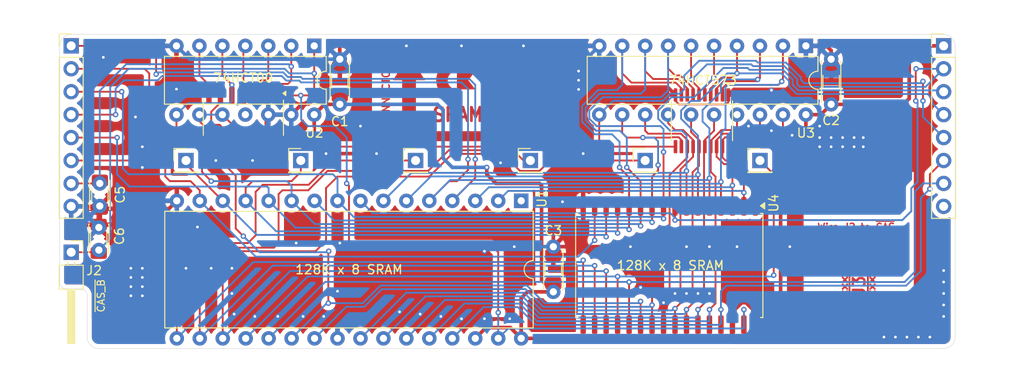
<source format=kicad_pcb>
(kicad_pcb (version 20240108) (generator "pcbnew") (generator_version "8.0")
  (layers (0 "F.Cu" signal) (31 "B.Cu" signal) (34 "B.Paste" user) (35 "F.Paste" user) (36 "B.SilkS" user "B.Silkscreen") (37 "F.SilkS" user "F.Silkscreen") (38 "B.Mask" user) (39 "F.Mask" user) (44 "Edge.Cuts" user))
  (net 0 "")
  (net 1 "VCC")
  (net 2 "GND")
  (net 3 "/~{CAS_A}")
  (net 4 "/~{CAS_B}")
  (net 5 "/MA4")
  (net 6 "/MA5")
  (net 7 "/D0")
  (net 8 "/MA6")
  (net 9 "/MA3")
  (net 10 "/MA7")
  (net 11 "/~{RAS}")
  (net 12 "/D7")
  (net 13 "/~{W}")
  (net 15 "/MA2")
  (net 16 "/MA1")
  (net 17 "/MA0")
  (net 18 "/D1")
  (net 19 "/D2")
  (net 20 "/D3")
  (net 21 "/D4")
  (net 22 "/D5")
  (net 23 "/D6")
  (net 24 "/~{SRAM_EN}")
  (net 25 "/A6")
  (net 26 "/A3")
  (net 27 "/A5")
  (net 28 "/A4")
  (net 29 "/A0")
  (net 31 "/A1")
  (net 32 "/A7")
  (net 33 "/A2")
  (net 36 "/RAS")
  (net 37 "/CAS")
  (footprint "DoubleFootprint_Library:C_Disc_1206_P2.50mm" (layer "F.Cu") (at 79.2608 50.5593 90)
    (property "Reference" "C6")
    (property "Value" "82pF-820pF")
  )
  (footprint "DoubleFootprint_Library:C_Disc_1206_P5.00mm" (layer "F.Cu") (at 105.918 34.417 90)
    (property "Reference" "C1")
    (property "Value" "100nF")
  )
  (footprint "Connector_PinHeader_2.54mm:PinHeader_1x08_P2.54mm_Vertical" (layer "F.Cu") (at 172.72 27.94)
    (property "Reference" "J3" (hide yes))
    (property "Value" "T_7_R_DRAM")
  )
  (footprint "Package_DIP:DIP-32_W15.24mm" (layer "F.Cu") (at 125.984 45.104 -90)
    (property "Reference" "U1")
    (property "Value" "128K x 8 SRAM")
  )
  (footprint "Connector_PinHeader_2.54mm:PinHeader_1x01_P2.54mm_Vertical" (layer "F.Cu") (at 114.3 40.64)
    (property "Reference" "J7" (hide yes))
    (property "Value" "T_3_L_DRAM")
  )
  (footprint "Connector_PinHeader_2.54mm:PinHeader_1x01_P2.54mm_Vertical" (layer "F.Cu") (at 152.4 40.64)
    (property "Reference" "J10" (hide yes))
    (property "Value" "T_6_L_DRAM")
  )
  (footprint "DoubleFootprint_Library:C_Disc_1206_P5.00mm" (layer "F.Cu") (at 129.54 55.187 90)
    (property "Reference" "C3")
    (property "Value" "100nF")
  )
  (footprint "Connector_PinHeader_2.54mm:PinHeader_1x01_P2.54mm_Vertical" (layer "F.Cu") (at 88.9 40.64)
    (property "Reference" "J5" (hide yes))
    (property "Value" "T_1_L_DRAM")
  )
  (footprint "Package_SO:SOP-32_11.305x20.495mm_P1.27mm" (layer "F.Cu") (at 142.367 52.27 -90)
    (property "Reference" "U4")
    (property "Value" "128K x 8 SRAM")
  )
  (footprint "DoubleFootprint_Library:DIP-TSSOP-20" (layer "F.Cu") (at 157.48 27.94 -90)
    (property "Reference" "U3")
    (property "Value" "74HCT573")
  )
  (footprint "Connector_PinHeader_2.54mm:PinHeader_1x08_P2.54mm_Vertical" (layer "F.Cu") (at 76.2 27.94)
    (property "Reference" "J1" (hide yes))
    (property "Value" "T_0_L_DRAM")
  )
  (footprint "Connector_PinHeader_2.54mm:PinHeader_1x01_P2.54mm_Horizontal" (layer "F.Cu") (at 76.2 50.8 -90)
    (property "Reference" "J2")
    (property "Value" "~{CAS_B}")
  )
  (footprint "DoubleFootprint_Library:C_Disc_1206_P2.50mm" (layer "F.Cu") (at 79.3622 43.18 -90)
    (property "Reference" "C5")
    (property "Value" "82pF-820pF")
  )
  (footprint "Connector_PinHeader_2.54mm:PinHeader_1x01_P2.54mm_Vertical" (layer "F.Cu") (at 127 40.64)
    (property "Reference" "J8" (hide yes))
    (property "Value" "T_4_L_DRAM")
  )
  (footprint "DoubleFootprint_Library:C_Disc_1206_P5.00mm" (layer "F.Cu") (at 160.274 34.417 90)
    (property "Reference" "C2")
    (property "Value" "100nF")
  )
  (footprint "DoubleFootprint_Library:DIP-SO-14" (layer "F.Cu") (at 103.0875 27.94 -90)
    (property "Reference" "U2")
    (property "Value" "74HCT00")
  )
  (footprint "Connector_PinHeader_2.54mm:PinHeader_1x01_P2.54mm_Vertical" (layer "F.Cu") (at 139.7 40.64)
    (property "Reference" "J9" (hide yes))
    (property "Value" "T_5_L_DRAM")
  )
  (footprint "Connector_PinHeader_2.54mm:PinHeader_1x01_P2.54mm_Vertical" (layer "F.Cu") (at 101.6 40.64)
    (property "Reference" "J6" (hide yes))
    (property "Value" "T_2_L_DRAM")
  )
  (gr_line (start 165.1 55.88) (end 164.592 56.388) (stroke (width 0.2)) (layer "F.Cu"))
  (gr_line (start 163.83 57.15) (end 164.338 57.15) (stroke (width 0.2)) (layer "F.Cu"))
  (gr_line (start 161.544 51.308) (end 162.052 51.816) (stroke (width 0.2)) (layer "F.Cu"))
  (gr_line (start 162.306 51.308) (end 164.338 51.308) (stroke (width 0.2)) (layer "F.Cu"))
  (gr_line (start 165.1 55.118) (end 164.592 55.626) (stroke (width 0.2)) (layer "F.Cu"))
  (gr_line (start 165.1 51.308) (end 164.592 51.816) (stroke (width 0.2)) (layer "F.Cu"))
  (gr_line (start 164.338 51.308) (end 164.338 57.15) (stroke (width 0.2)) (layer "F.Cu"))
  (gr_arc (start 162.814 57.15) (mid 163.322 56.642) (end 163.83 57.15) (stroke (width 0.2)) (layer "F.Cu"))
  (gr_line (start 164.592 51.308) (end 165.1 51.816) (stroke (width 0.2)) (layer "F.Cu"))
  (gr_line (start 164.592 52.07) (end 165.1 52.578) (stroke (width 0.2)) (layer "F.Cu"))
  (gr_line (start 162.052 55.118) (end 161.544 55.626) (stroke (width 0.2)) (layer "F.Cu"))
  (gr_line (start 162.052 54.356) (end 161.544 54.864) (stroke (width 0.2)) (layer "F.Cu"))
  (gr_line (start 162.052 51.308) (end 161.544 51.816) (stroke (width 0.2)) (layer "F.Cu"))
  (gr_line (start 162.306 57.15) (end 162.306 51.308) (stroke (width 0.2)) (layer "F.Cu"))
  (gr_line (start 161.544 52.832) (end 162.052 53.34) (stroke (width 0.2)) (layer "F.Cu"))
  (gr_poly (pts (xy 162.052 56.134) (xy 162.032665 56.036798) (xy 161.977605 55.954395) (xy 161.895202 55.899335) (xy 161.798 55.88) (xy 161.700798 55.899335) (xy 161.618395 55.954395) (xy 161.563335 56.036798) (xy 161.544 56.134) (xy 161.563335 56.231202) (xy 161.618395 56.313605) (xy 161.700798 56.368665) (xy 161.798 56.388) (xy 161.895202 56.368665) (xy 161.977605 56.313605) (xy 162.032665 56.231202) (xy 162.052 56.134)) (fill solid) (layer "F.Cu"))
  (gr_line (start 162.814 57.15) (end 162.306 57.15) (stroke (width 0.2)) (layer "F.Cu"))
  (gr_line (start 164.592 55.88) (end 165.1 56.388) (stroke (width 0.2)) (layer "F.Cu"))
  (gr_line (start 164.592 56.642) (end 165.1 57.15) (stroke (width 0.2)) (layer "F.Cu"))
  (gr_line (start 164.592 52.832) (end 165.1 53.34) (stroke (width 0.2)) (layer "F.Cu"))
  (gr_line (start 161.544 55.118) (end 162.052 55.626) (stroke (width 0.2)) (layer "F.Cu"))
  (gr_line (start 161.544 54.356) (end 162.052 54.864) (stroke (width 0.2)) (layer "F.Cu"))
  (gr_line (start 165.1 52.832) (end 164.592 53.34) (stroke (width 0.2)) (layer "F.Cu"))
  (gr_line (start 162.052 52.07) (end 161.544 52.578) (stroke (width 0.2)) (layer "F.Cu"))
  (gr_line (start 164.592 55.118) (end 165.1 55.626) (stroke (width 0.2)) (layer "F.Cu"))
  (gr_line (start 162.052 52.832) (end 161.544 53.34) (stroke (width 0.2)) (layer "F.Cu"))
  (gr_line (start 161.544 52.07) (end 162.052 52.578) (stroke (width 0.2)) (layer "F.Cu"))
  (gr_line (start 165.1 54.356) (end 164.592 54.864) (stroke (width 0.2)) (layer "F.Cu"))
  (gr_line (start 162.052 56.642) (end 161.544 57.15) (stroke (width 0.2)) (layer "F.Cu"))
  (gr_line (start 165.1 56.642) (end 164.592 57.15) (stroke (width 0.2)) (layer "F.Cu"))
  (gr_line (start 165.1 52.07) (end 164.592 52.578) (stroke (width 0.2)) (layer "F.Cu"))
  (gr_line (start 164.592 54.356) (end 165.1 54.864) (stroke (width 0.2)) (layer "F.Cu"))
  (gr_poly (pts (xy 112.813353 36.83) (xy 112.813353 31.75) (xy 111.797353 31.75) (xy 113.575353 28.956) (xy 115.353353 31.75) (xy 114.337353 31.75) (xy 114.337353 36.83)) (fill solid) (layer "F.Cu"))
  (gr_line (start 164.592 53.594) (end 165.1 54.102) (stroke (width 0.2)) (layer "F.Cu"))
  (gr_poly (pts (arc (start 118.872 29.464) (mid 116.586 31.75) (end 118.872 34.036)) (arc (start 118.872 32.766) (mid 117.856 31.75) (end 118.872 30.734))) (fill solid) (layer "F.Cu"))
  (gr_line (start 165.1 53.594) (end 164.592 54.102) (stroke (width 0.2)) (layer "F.Cu"))
  (gr_line (start 161.544 53.594) (end 162.052 54.102) (stroke (width 0.2)) (layer "F.Cu"))
  (gr_poly (pts (xy 118.872 32.766) (xy 118.872 31.75) (xy 118.872 30.734) (xy 120.904 30.734) (xy 120.142 31.75) (xy 120.904 32.766)) (fill solid) (layer "F.Cu"))
  (gr_line (start 162.052 53.594) (end 161.544 54.102) (stroke (width 0.2)) (layer "F.Cu"))
  (gr_line (start 161.544 56.642) (end 162.052 57.15) (stroke (width 0.2)) (layer "F.Cu"))
  (gr_arc (start 173.99 60.198) (mid 173.618026 61.096026) (end 172.72 61.468) (stroke (width 0.05)) (layer "Edge.Cuts"))
  (gr_line (start 172.72 26.67) (end 76.2 26.67) (stroke (width 0.05)) (layer "Edge.Cuts"))
  (gr_arc (start 75.692 54.864) (mid 75.153185 54.640815) (end 74.93 54.102) (stroke (width 0.05)) (layer "Edge.Cuts"))
  (gr_arc (start 74.93 27.94) (mid 75.301974 27.041974) (end 76.2 26.67) (stroke (width 0.05)) (layer "Edge.Cuts"))
  (gr_line (start 172.72 61.468) (end 79.248 61.468) (stroke (width 0.05)) (layer "Edge.Cuts"))
  (gr_arc (start 77.216 54.864) (mid 77.754815 55.087185) (end 77.978 55.626) (stroke (width 0.05)) (layer "Edge.Cuts"))
  (gr_line (start 74.93 27.94) (end 74.93 54.102) (stroke (width 0.05)) (layer "Edge.Cuts"))
  (gr_line (start 77.978 60.198) (end 77.978 55.626) (stroke (width 0.05)) (layer "Edge.Cuts"))
  (gr_arc (start 79.248 61.468) (mid 78.349974 61.096026) (end 77.978 60.198) (stroke (width 0.05)) (layer "Edge.Cuts"))
  (gr_line (start 75.692 54.864) (end 77.216 54.864) (stroke (width 0.05)) (layer "Edge.Cuts"))
  (gr_arc (start 172.72 26.67) (mid 173.618026 27.041974) (end 173.99 27.94) (stroke (width 0.05)) (layer "Edge.Cuts"))
  (gr_line (start 173.99 60.198) (end 173.99 27.94) (stroke (width 0.05)) (layer "Edge.Cuts"))
  (gr_text "128" (at 125.73 31.75 0) (layer "F.Cu") (effects (font (size 3 3) (thickness 0.4) (bold yes))))
  (gr_text "U38" (at 163.3728 54.102 90) (layer "F.Cu") (effects (font (size 1.3 1.3) (thickness 0.25) (bold yes))))
  (gr_text "REV. 0" (at 82.55 59.69 0) (layer "F.Cu") (effects (font (size 1.5 1.5) (thickness 0.3) (bold yes))))
  (gr_text "CONNECTORS" (at 111.035353 33.02 90) (layer "F.Cu") (effects (font (size 0.8 0.8) (thickness 0.15) (bold yes))))
  (gr_text "SRAM Adapter" (at 123.444 35.56 0) (layer "F.Cu") (effects (font (size 1.5 1.4) (thickness 0.3) (bold yes))))
  (gr_text "Install either U4\nor U1, never both!\n\nWire J2 to ~{CAS} \non U38, pin 15." (at 163.322 46.736 0) (layer "F.Cu") (effects (font (size 0.8 0.75))))
  (segment (start 128.24 43.404) (end 128.016 43.18) (width 0.4) (layer "F.Cu") (net 1))
  (segment (start 125.984 55.88) (end 125.984 60.344) (width 0.4) (layer "F.Cu") (net 1))
  (segment (start 129.54 55.187) (end 126.677 55.187) (width 0.4) (layer "F.Cu") (net 1))
  (segment (start 154.686 58.166) (end 154.686 39.3565) (width 0.4) (layer "F.Cu") (net 1))
  (segment (start 105.918 34.417) (end 104.2305 34.417) (width 0.4) (layer "F.Cu") (net 1))
  (segment (start 104.2305 34.417) (end 103.0875 35.56) (width 0.4) (layer "F.Cu") (net 1))
  (segment (start 157.48 38.354) (end 157.48 35.56) (width 0.4) (layer "F.Cu") (net 1))
  (segment (start 148.852999 60.344) (end 125.984 60.344) (width 0.4) (layer "F.Cu") (net 1))
  (segment (start 151.892 57.43005) (end 150.84995 56.388) (width 0.4) (layer "F.Cu") (net 1))
  (segment (start 128.24 53.887) (end 128.24 43.404) (width 0.4) (layer "F.Cu") (net 1))
  (segment (start 125.984 60.344) (end 124.784 59.144) (width 0.4) (layer "F.Cu") (net 1))
  (segment (start 126.677 55.187) (end 125.984 55.88) (width 0.4) (layer "F.Cu") (net 1))
  (segment (start 154.032 58.82) (end 154.686 58.166) (width 0.4) (layer "F.Cu") (net 1))
  (segment (start 122.174 42.164) (end 122.174 41.402) (width 0.4) (layer "F.Cu") (net 1))
  (segment (start 102.0845 38.3775) (end 103.0875 37.3745) (width 0.4) (layer "F.Cu") (net 1))
  (segment (start 124.784 59.144) (end 122.104 59.144) (width 0.4) (layer "F.Cu") (net 1))
  (segment (start 168.91 28.956) (end 169.926 27.94) (width 0.4) (layer "F.Cu") (net 1))
  (segment (start 151.892 58.82) (end 151.892 57.43005) (width 0.4) (layer "F.Cu") (net 1))
  (segment (start 149.352 59.844999) (end 148.852999 60.344) (width 0.4) (layer "F.Cu") (net 1))
  (segment (start 149.352 58.82) (end 149.352 59.844999) (width 0.4) (layer "F.Cu") (net 1))
  (segment (start 150.84995 56.388) (end 150.39405 56.388) (width 0.4) (layer "F.Cu") (net 1))
  (segment (start 169.926 27.94) (end 172.72 27.94) (width 0.4) (layer "F.Cu") (net 1))
  (segment (start 152.654 58.82) (end 154.032 58.82) (width 0.4) (layer "F.Cu") (net 1))
  (segment (start 168.275 34.417) (end 168.91 33.782) (width 0.4) (layer "F.Cu") (net 1))
  (segment (start 159.131 35.56) (end 160.274 34.417) (width 0.4) (layer "F.Cu") (net 1))
  (segment (start 123.19 43.18) (end 122.174 42.164) (width 0.4) (layer "F.Cu") (net 1))
  (segment (start 122.104 59.144) (end 120.904 60.344) (width 0.4) (layer "F.Cu") (net 1))
  (segment (start 157.48 35.56) (end 159.131 35.56) (width 0.4) (layer "F.Cu") (net 1))
  (segment (start 128.016 43.18) (end 123.19 43.18) (width 0.4) (layer "F.Cu") (net 1))
  (segment (start 154.686 39.3565) (end 154.432 39.1025) (width 0.4) (layer "F.Cu") (net 1))
  (segment (start 129.54 55.187) (end 128.24 53.887) (width 0.4) (layer "F.Cu") (net 1))
  (segment (start 148.905 39.1025) (end 154.432 39.1025) (width 0.4) (layer "F.Cu") (net 1))
  (segment (start 154.432 39.1025) (end 156.7315 39.1025) (width 0.4) (layer "F.Cu") (net 1))
  (segment (start 168.91 33.782) (end 168.91 28.956) (width 0.4) (layer "F.Cu") (net 1))
  (segment (start 103.0875 37.3745) (end 103.0875 35.56) (width 0.4) (layer "F.Cu") (net 1))
  (segment (start 156.7315 39.1025) (end 157.48 38.354) (width 0.4) (layer "F.Cu") (net 1))
  (segment (start 152.654 58.82) (end 151.892 58.82) (width 0.4) (layer "F.Cu") (net 1))
  (segment (start 150.39405 56.388) (end 149.352 57.43005) (width 0.4) (layer "F.Cu") (net 1))
  (segment (start 149.352 57.43005) (end 149.352 58.82) (width 0.4) (layer "F.Cu") (net 1))
  (segment (start 160.274 34.417) (end 168.275 34.417) (width 0.4) (layer "F.Cu") (net 1))
  (segment (start 99.06 38.3775) (end 102.0845 38.3775) (width 0.4) (layer "F.Cu") (net 1))
  (via (at 122.174 41.402) (size 0.6) (drill 0.3) (layers "F.Cu" "B.Cu") (net 1))
  (segment (start 118.364 41.402) (end 122.174 41.402) (width 0.4) (layer "B.Cu") (net 1))
  (segment (start 117.348 35.052) (end 117.348 40.386) (width 0.4) (layer "B.Cu") (net 1))
  (segment (start 117.348 40.386) (end 118.364 41.402) (width 0.4) (layer "B.Cu") (net 1))
  (segment (start 105.918 34.417) (end 116.713 34.417) (width 0.4) (layer "B.Cu") (net 1))
  (segment (start 116.713 34.417) (end 117.348 35.052) (width 0.4) (layer "B.Cu") (net 1))
  (segment (start 143.055 34.033456) (end 143.055 33.3775) (width 0.2) (layer "F.Cu") (net 2))
  (segment (start 159.004 39.37) (end 157.988 40.386) (width 0.4) (layer "F.Cu") (net 2))
  (segment (start 156.464 60.198) (end 166.116 60.198) (width 0.4) (layer "F.Cu") (net 2))
  (segment (start 159.766 27.94) (end 157.48 27.94) (width 0.4) (layer "F.Cu") (net 2))
  (segment (start 157.48 32.258) (end 157.48 27.94) (width 0.4) (layer "F.Cu") (net 2))
  (segment (start 129.54 46.228) (end 130.048 45.72) (width 0.4) (layer "F.Cu") (net 2))
  (segment (start 156.21 40.386) (end 155.702 40.894) (width 0.4) (layer "F.Cu") (net 2))
  (segment (start 141.732 58.82) (end 141.732 56.388) (width 0.4) (layer "F.Cu") (net 2))
  (segment (start 160.274 28.448) (end 159.766 27.94) (width 0.4) (layer "F.Cu") (net 2))
  (segment (start 159.004 38.1) (end 163.83 38.1) (width 0.4) (layer "F.Cu") (net 2))
  (segment (start 119.38 27.432) (end 132.08 27.432) (width 0.4) (layer "F.Cu") (net 2))
  (segment (start 102.491106 34.36) (end 104.14 32.711106) (width 0.4) (layer "F.Cu") (net 2))
  (segment (start 148.905 33.3775) (end 148.905 34.174878) (width 0.2) (layer "F.Cu") (net 2))
  (segment (start 105.664 58.928) (end 104.648 57.912) (width 0.4) (layer "F.Cu") (net 2))
  (segment (start 160.274 29.417) (end 160.274 28.448) (width 0.4) (layer "F.Cu") (net 2))
  (segment (start 106.426 51.054) (end 106.426 50.292) (width 0.4) (layer "F.Cu") (net 2))
  (segment (start 139.192 51.308) (end 138.071 50.187) (width 0.4) (layer "F.Cu") (net 2))
  (segment (start 97.79 35.7775) (end 98.0075 35.56) (width 0.4) (layer "F.Cu") (net 2))
  (segment (start 129.54 50.187) (end 129.54 46.228) (width 0.4) (layer "F.Cu") (net 2))
  (segment (start 134.62 30.988) (end 134.62 27.94) (width 0.4) (layer "F.Cu") (net 2))
  (segment (start 88.5455 33.4275) (end 87.8475 32.7295) (width 0.4) (layer "F.Cu") (net 2))
  (segment (start 121.807 50.8) (end 121.92 50.687) (width 0.4) (layer "F.Cu") (net 2))
  (segment (start 142.1895 32.512) (end 136.144 32.512) (width 0.4) (layer "F.Cu") (net 2))
  (segment (start 132.08 27.432) (end 132.588 27.94) (width 0.4) (layer "F.Cu") (net 2))
  (segment (start 132.588 27.94) (end 134.62 27.94) (width 0.4) (layer "F.Cu") (net 2))
  (segment (start 138.071 50.187) (end 129.54 50.187) (width 0.4) (layer "F.Cu") (net 2))
  (segment (start 119.38 27.94) (end 119.38 27.432) (width 0.4) (layer "F.Cu") (net 2))
  (segment (start 155.702 40.894) (end 155.702 50.187) (width 0.4) (layer "F.Cu") (net 2))
  (segment (start 76.2 45.72) (end 79.3222 45.72) (width 0.4) (layer "F.Cu") (net 2))
  (segment (start 97.79 38.3775) (end 97.79 35.7775) (width 0.4) (layer "F.Cu") (net 2))
  (segment (start 112.776 57.658) (end 112.522 57.404) (width 0.4) (layer "F.Cu") (net 2))
  (segment (start 106.426 27.432) (end 119.38 27.432) (width 0.4) (layer "F.Cu") (net 2))
  (segment (start 100.5475 35.56) (end 98.0075 35.56) (width 0.4) (layer "F.Cu") (net 2))
  (segment (start 124.693 58.187) (end 117.369 58.187) (width 0.4) (layer "F.Cu") (net 2))
  (segment (start 106.934 57.404) (end 105.664 58.674) (width 0.4) (layer "F.Cu") (net 2))
  (segment (start 79.375 45.9873) (end 84.074 45.9873) (width 0.4) (layer "F.Cu") (net 2))
  (segment (start 96.52 57.912) (end 94.488 57.912) (width 0.4) (layer "F.Cu") (net 2))
  (segment (start 163.83 39.116) (end 159.004 39.116) (width 0.4) (layer "F.Cu") (net 2))
  (segment (start 100.5475 35.56) (end 101.7475 34.36) (width 0.4) (layer "F.Cu") (net 2))
  (segment (start 104.14 57.912) (end 101.854 57.912) (width 0.4) (layer "F.Cu") (net 2))
  (segment (start 79.248 47.752) (end 79.248 46.1143) (width 0.4) (layer "F.Cu") (net 2))
  (segment (start 172.72 58.674) (end 171.196 60.198) (width 0.4) (layer "F.Cu") (net 2))
  (segment (start 105.664 60.344) (end 105.664 58.674) (width 0.4) (layer "F.Cu") (net 2))
  (segment (start 101.854 57.912) (end 99.06 57.912) (width 0.4) (layer "F.Cu") (net 2))
  (segment (start 136.144 32.512) (end 134.62 30.988) (width 0.4) (layer "F.Cu") (net 2))
  (segment (start 79.3222 45.72) (end 79.3622 45.68) (width 0.4) (layer "F.Cu") (net 2))
  (segment (start 159.004 36.83) (end 159.004 38.1) (width 0.4) (layer "F.Cu") (net 2))
  (segment (start 143.436544 34.415) (end 143.055 34.033456) (width 0.2) (layer "F.Cu") (net 2))
  (segment (start 130.048 45.72) (end 132.842 45.72) (width 0.4) (layer "F.Cu") (net 2))
  (segment (start 106.68 50.8) (end 121.807 50.8) (width 0.4) (layer "F.Cu") (net 2))
  (segment (start 155.702 50.187) (end 155.702 59.436) (width 0.4) (layer "F.Cu") (net 2))
  (segment (start 87.0007 45.9873) (end 87.884 45.104) (width 0.4) (layer "F.Cu") (net 2))
  (segment (start 166.116 60.198) (end 171.196 60.198) (width 0.4) (layer "F.Cu") (net 2))
  (segment (start 114.808 57.658) (end 112.776 57.658) (width 0.4) (layer "F.Cu") (net 2))
  (segment (start 106.426 51.054) (end 106.68 50.8) (width 0.4) (layer "F.Cu") (net 2))
  (segment (start 87.8475 32.7295) (end 87.8475 27.94) (width 0.4) (layer "F.Cu") (net 2))
  (segment (start 172.72 57.912) (end 172.72 58.674) (width 0.4) (layer "F.Cu") (net 2))
  (segment (start 112.522 57.404) (end 106.934 57.404) (width 0.4) (layer "F.Cu") (net 2))
  (segment (start 159.004 38.1) (end 159.004 39.116) (width 0.4) (layer "F.Cu") (net 2))
  (segment (start 105.664 55.118) (end 105.664 51.816) (width 0.4) (layer "F.Cu") (net 2))
  (segment (start 84.074 45.9873) (end 87.0007 45.9873) (width 0.4) (layer "F.Cu") (net 2))
  (segment (start 104.14 32.711106) (end 104.14 31.195) (width 0.4) (layer "F.Cu") (net 2))
  (segment (start 93.98 55.372) (end 93.98 52.578) (width 0.4) (layer "F.Cu") (net 2))
  (segment (start 91.44 33.4275) (end 88.5455 33.4275) (width 0.4) (layer "F.Cu") (net 2))
  (segment (start 149.5165 32.766) (end 156.972 32.766) (width 0.4) (layer "F.Cu") (net 2))
  (segment (start 96.52 38.3775) (end 97.79 38.3775) (width 0.4) (layer "F.Cu") (net 2))
  (segment (start 105.664 58.674) (end 105.664 55.118) (width 0.4) (layer "F.Cu") (net 2))
  (segment (start 148.905 34.174878) (end 148.664878 34.415) (width 0.2) (layer "F.Cu") (net 2))
  (segment (start 172.72 52.832) (end 172.72 57.912) (width 0.4) (layer "F.Cu") (net 2))
  (segment (start 104.14 31.195) (end 105.918 29.417) (width 0.4) (layer "F.Cu") (net 2))
  (segment (start 93.98 57.404) (end 93.98 55.372) (width 0.4) (layer "F.Cu") (net 2))
  (segment (start 105.664 60.344) (end 105.664 58.928) (width 0.4) (layer "F.Cu") (net 2))
  (segment (start 104.648 57.912) (end 104.14 57.912) (width 0.4) (layer "F.Cu") (net 2))
  (segment (start 84.074 45.9873) (end 84.074 41.402) (width 0.4) (layer "F.Cu") (net 2))
  (segment (start 99.06 57.912) (end 96.52 57.912) (width 0.4) (layer "F.Cu") (net 2))
  (segment (start 105.918 27.94) (end 106.426 27.432) (width 0.4) (layer "F.Cu") (net 2))
  (segment (start 94.488 57.912) (end 94.234 57.658) (width 0.4) (layer "F.Cu") (net 2))
  (segment (start 105.664 51.816) (end 106.426 51.054) (width 0.4) (layer "F.Cu") (net 2))
  (segment (start 109.982 39.878) (end 104.394 39.878) (width 0.4) (layer "F.Cu") (net 2))
  (segment (start 143.055 33.3775) (end 142.1895 32.512) (width 0.4) (layer "F.Cu") (net 2))
  (segment (start 115.062 57.912) (end 114.808 57.658) (width 0.4) (layer "F.Cu") (net 2))
  (segment (start 157.988 40.386) (end 156.21 40.386) (width 0.4) (layer "F.Cu") (net 2))
  (segment (start 148.664878 34.415) (end 143.436544 34.415) (width 0.2) (layer "F.Cu") (net 2))
  (segment (start 148.905 33.3775) (end 149.5165 32.766) (width 0.4) (layer "F.Cu") (net 2))
  (segment (start 155.702 59.436) (end 156.464 60.198) (width 0.4) (layer "F.Cu") (net 2))
  (segment (start 105.918 29.417) (end 105.918 27.94) (width 0.4) (layer "F.Cu") (net 2))
  (segment (start 156.972 32.766) (end 157.48 32.258) (width 0.4) (layer "F.Cu") (net 2))
  (segment (start 117.369 58.187) (end 117.094 57.912) (width 0.4) (layer "F.Cu") (net 2))
  (segment (start 79.248 46.1143) (end 79.375 45.9873) (width 0.4) (layer "F.Cu") (net 2))
  (segment (start 94.234 57.658) (end 93.98 57.404) (width 0.4) (layer "F.Cu") (net 2))
  (segment (start 159.004 39.116) (end 159.004 39.37) (width 0.4) (layer "F.Cu") (net 2))
  (segment (start 126.238 27.94) (end 113.284 27.94) (width 0.4) (layer "F.Cu") (net 2))
  (segment (start 139.192 54.702) (end 139.192 51.308) (width 0.4) (layer "F.Cu") (net 2))
  (segment (start 124.714 58.166) (end 124.693 58.187) (width 0.4) (layer "F.Cu") (net 2))
  (segment (start 101.7475 34.36) (end 102.491106 34.36) (width 0.4) (layer "F.Cu") (net 2))
  (segment (start 117.094 57.912) (end 115.062 57.912) (width 0.4) (layer "F.Cu") (net 2))
  (segment (start 106.426 50.292) (end 105.918 49.784) (width 0.4) (layer "F.Cu") (net 2))
  (via (at 144.272 55.372) (size 0.6) (drill 0.3) (layers "F.Cu" "B.Cu") (net 2))
  (via (at 84.074 39.116) (size 0.6) (drill 0.3) (layers "F.Cu" "B.Cu") (net 2))
  (via (at 163.83 38.1) (size 0.6) (drill 0.3) (layers "F.Cu" "B.Cu") (net 2))
  (via (at 96.266 40.64) (size 0.6) (drill 0.3) (layers "F.Cu" "B.Cu") (net 2))
  (via (at 171.196 60.198) (size 0.6) (drill 0.3) (layers "F.Cu" "B.Cu") (net 2))
  (via (at 121.92 58.166) (size 0.6) (drill 0.3) (layers "F.Cu" "B.Cu") (net 2))
  (via (at 153.67 37.338) (size 0.6) (drill 0.3) (layers "F.Cu" "B.Cu") (net 2))
  (via (at 93.98 55.372) (size 0.6) (drill 0.3) (layers "F.Cu" "B.Cu") (net 2))
  (via (at 91.694 52.578) (size 0.6) (drill 0.3) (layers "F.Cu" "B.Cu") (net 2))
  (via (at 146.812 50.187) (size 0.6) (drill 0.3) (layers "F.Cu" "B.Cu") (net 2))
  (via (at 144.272 50.187) (size 0.6) (drill 0.3) (layers "F.Cu" "B.Cu") (net 2))
  (via (at 172.72 57.912) (size 0.6) (drill 0.3) (layers "F.Cu" "B.Cu") (net 2))
  (via (at 145.542 55.372) (size 0.6) (drill 0.3) (layers "F.Cu" "B.Cu") (net 2))
  (via (at 119.38 27.94) (size 0.6) (drill 0.3) (layers "F.Cu" "B.Cu") (net 2))
  (via (at 114.808 57.658) (size 0.6) (drill 0.3) (layers "F.Cu" "B.Cu") (net 2))
  (via (at 159.004 38.1) (size 0.6) (drill 0.3) (layers "F.Cu" "B.Cu") (net 2))
  (via (at 108.204 36.83) (size 0.6) (drill 0.3) (layers "F.Cu" "B.Cu") (net 2))
  (via (at 172.72 52.832) (size 0.6) (drill 0.3) (layers "F.Cu" "B.Cu") (net 2))
  (via (at 130.556 45.212) (size 0.6) (drill 0.3) (layers "F.Cu" "B.Cu") (net 2))
  (via (at 143.002 55.372) (size 0.6) (drill 0.3) (layers "F.Cu" "B.Cu") (net 2))
  (via (at 87.8475 32.7295) (size 0.6) (drill 0.3) (layers "F.Cu" "B.Cu") (net 2))
  (via (at 146.812 55.372) (size 0.6) (drill 0.3) (layers "F.Cu" "B.Cu") (net 2))
  (via (at 159.004 39.116) (size 0.6) (drill 0.3) (layers "F.Cu" "B.Cu") (net 2))
  (via (at 172.72 56.642) (size 0.6) (drill 0.3) (layers "F.Cu" "B.Cu") (net 2))
  (via (at 121.92 50.687) (size 0.6) (drill 0.3) (layers "F.Cu" "B.Cu") (net 2))
  (via (at 162.814 38.1) (size 0.6) (drill 0.3) (layers "F.Cu" "B.Cu") (net 2))
  (via (at 90.17 48.006) (size 0.6) (drill 0.3) (layers "F.Cu" "B.Cu") (net 2))
  (via (at 167.386 60.198) (size 0.6) (drill 0.3) (layers "F.Cu" "B.Cu") (net 2))
  (via (at 105.664 55.118) (size 0.6) (drill 0.3) (layers "F.Cu" "B.Cu") (net 2))
  (via (at 113.284 27.94) (size 0.6) (drill 0.3) (layers "F.Cu" "B.Cu") (net 2))
  (via (at 83.312 35.814) (size 0.6) (drill 0.3) (layers "F.Cu" "B.Cu") (net 2))
  (via (at 132.842 39.878) (size 0.6) (drill 0.3) (layers "F.Cu" "B.Cu") (net 2))
  (via (at 123.698 40.894) (size 0.6) (drill 0.3) (layers "F.Cu" "B.Cu") (net 2))
  (via (at 92.202 40.64) (size 0.6) (drill 0.3) (layers "F.Cu" "B.Cu") (net 2))
  (via (at 166.116 60.198) (size 0.6) (drill 0.3) (layers "F.Cu" "B.Cu") (net 2))
  (via (at 153.67 32.858) (size 0.6) (drill 0.3) (layers "F.Cu" "B.Cu") (net 2))
  (via (at 160.274 39.116) (size 0.6) (drill 0.3) (layers "F.Cu" "B.Cu") (net 2))
  (via (at 161.544 39.116) (size 0.6) (drill 0.3) (layers "F.Cu" "B.Cu") (net 2))
  (via (at 96.52 57.912) (size 0.6) (drill 0.3) (layers "F.Cu" "B.Cu") (net 2))
  (via (at 172.72 55.372) (size 0.6) (drill 0.3) (layers "F.Cu" "B.Cu") (net 2))
  (via (at 159.004 36.83) (size 0.6) (drill 0.3) (layers "F.Cu" "B.Cu") (net 2))
  (via (at 161.544 38.1) (size 0.6) (drill 0.3) (layers "F.Cu" "B.Cu") (net 2))
  (via (at 132.334 32.766) (size 0.6) (drill 0.3) (layers "F.Cu" "B.Cu") (net 2))
  (via (at 93.98 52.578) (size 0.6) (drill 0.3) (layers "F.Cu" "B.Cu") (net 2))
  (via (at 168.656 60.198) (size 0.6) (drill 0.3) (layers "F.Cu" "B.Cu") (net 2))
  (via (at 124.714 58.166) (size 0.6) (drill 0.3) (layers "F.Cu" "B.Cu") (net 2))
  (via (at 82.804 52.578) (size 0.6) (drill 0.3) (layers "F.Cu" "B.Cu") (net 2))
  (via (at 84.074 52.578) (size 0.6) (drill 0.3) (layers "F.Cu" "B.Cu") (net 2))
  (via (at 163.83 39.116) (size 0.6) (drill 0.3) (layers "F.Cu" "B.Cu") (net 2))
  (via (at 84.074 54.61) (size 0.6) (drill 0.3) (layers "F.Cu" "B.Cu") (net 2))
  (via (at 155.956 37.846) (size 0.6) (drill 0.3) (layers "F.Cu" "B.Cu") (net 2))
  (via (at 84.074 55.626) (size 0.6) (drill 0.3) (layers "F.Cu" "B.Cu") (net 2))
  (via (at 132.334 31.75) (size 0.6) (drill 0.3) (layers "F.Cu" "B.Cu") (net 2))
  (via (at 112.522 57.404) (size 0.6) (drill 0.3) (layers "F.Cu" "B.Cu") (net 2))
  (via (at 139.192 54.702) (size 0.6) (drill 0.3) (layers "F.Cu" "B.Cu") (net 2))
  (via (at 84.074 53.594) (size 0.6) (drill 0.3) (layers "F.Cu" "B.Cu") (net 2))
  (via (at 119.38 58.166) (size 0.6) (drill 0.3) (layers "F.Cu" "B.Cu") (net 2))
  (via (at 117.094 57.912) (size 0.6) (drill 0.3) (layers "F.Cu" "B.Cu") (net 2))
  (via (at 79.756 29.21) (size 0.6) (drill 0.3) (layers "F.Cu" "B.Cu") (net 2))
  (via (at 169.926 60.198) (size 0.6) (drill 0.3) (layers "F.Cu" "B.Cu") (net 2))
  (via (at 126.238 27.94) (size 0.6) (drill 0.3) (layers "F.Cu" "B.Cu") (net 2))
  (via (at 109.982 39.878) (size 0.6) (drill 0.3) (layers "F.Cu" "B.Cu") (net 2))
  (via (at 94.234 57.658) (size 0.6) (drill 0.3) (layers "F.Cu" "B.Cu") (net 2))
  (via (at 82.804 54.61) (size 0.6) (drill 0.3) (layers "F.Cu" "B.Cu") (net 2))
  (via (at 151.13 36.83) (size 0.6) (drill 0.3) (layers "F.Cu" "B.Cu") (net 2))
  (via (at 82.804 55.626) (size 0.6) (drill 0.3) (layers "F.Cu" "B.Cu") (net 2))
  (via (at 101.092 49.784) (size 0.6) (drill 0.3) (layers "F.Cu" "B.Cu") (net 2))
  (via (at 155.702 50.187) (size 0.6) (drill 0.3) (layers "F.Cu" "B.Cu") (net 2))
  (via (at 160.274 38.1) (size 0.6) (drill 0.3) (layers "F.Cu" "B.Cu") (net 2))
  (via (at 101.854 57.912) (size 0.6) (drill 0.3) (layers "F.Cu" "B.Cu") (net 2))
  (via (at 162.814 39.116) (size 0.6) (drill 0.3) (layers "F.Cu" "B.Cu") (net 2))
  (via (at 84.074 41.402) (size 0.6) (drill 0.3) (layers "F.Cu" "B.Cu") (net 2))
  (via (at 88.9 52.578) (size 0.6) (drill 0.3) (layers "F.Cu" "B.Cu") (net 2))
  (via (at 104.394 39.878) (size 0.6) (drill 0.3) (layers "F.Cu" "B.Cu") (net 2))
  (via (at 138.071 50.187) (size 0.6) (drill 0.3) (layers "F.Cu" "B.Cu") (net 2))
  (via (at 99.06 57.912) (size 0.6) (drill 0.3) (layers "F.Cu" "B.Cu") (net 2))
  (via (at 104.14 57.912) (size 0.6) (drill 0.3) (layers "F.Cu" "B.Cu") (net 2))
  (via (at 141.732 56.388) (size 0.6) (drill 0.3) (layers "F.Cu" "B.Cu") (net 2))
  (via (at 125.222 50.187) (size 0.6) (drill 0.3) (layers "F.Cu" "B.Cu") (net 2))
  (via (at 132.334 30.734) (size 0.6) (drill 0.3) (layers "F.Cu" "B.Cu") (net 2))
  (via (at 105.918 49.784) (size 0.6) (drill 0.3) (layers "F.Cu" "B.Cu") (net 2))
  (via (at 172.72 54.102) (size 0.6) (drill 0.3) (layers "F.Cu" "B.Cu") (net 2))
  (via (at 149.86 50.187) (size 0.6) (drill 0.3) (layers "F.Cu" "B.Cu") (net 2))
  (via (at 82.804 53.594) (size 0.6) (drill 0.3) (layers "F.Cu" "B.Cu") (net 2))
  (segment (start 132.842 39.878) (end 132.22 39.256) (width 0.4) (layer "B.Cu") (net 2))
  (segment (start 95.504 37.084) (end 95.504 40.386) (width 0.4) (layer "B.Cu") (net 2))
  (segment (start 109.982 38.608) (end 108.204 36.83) (width 0.4) (layer "B.Cu") (net 2))
  (segment (start 121.92 50.687) (end 122.42 50.187) (width 0.4) (layer "B.Cu") (net 2))
  (segment (start 93.98 52.578) (end 91.694 52.578) (width 0.4) (layer "B.Cu") (net 2))
  (segment (start 84.074 39.116) (end 84.074 36.576) (width 0.4) (layer "B.Cu") (net 2))
  (segment (start 159.004 34.798) (end 157.988 33.782) (width 0.4) (layer "B.Cu") (net 2))
  (segment (start 122.42 50.187) (end 125.222 50.187) (width 0.4) (layer "B.Cu") (net 2))
  (segment (start 153.924 33.782) (end 153.67 33.528) (width 0.4) (layer "B.Cu") (net 2))
  (segment (start 141.732 55.372) (end 141.224 54.864) (width 0.4) (layer "B.Cu") (net 2))
  (segment (start 125.222 50.187) (end 129.54 50.187) (width 0.4) (layer "B.Cu") (net 2))
  (segment (start 84.074 55.626) (end 84.074 52.578) (width 0.4) (layer "B.Cu") (net 2))
  (segment (start 84.074 36.576) (end 83.312 35.814) (width 0.4) (layer "B.Cu") (net 2))
  (segment (start 82.804 52.578) (end 88.646 52.578) (width 0.4) (layer "B.Cu") (net 2))
  (segment (start 103.906 39.39) (end 97.516 39.39) (width 0.4) (layer "B.Cu") (net 2))
  (segment (start 86.106 37.084) (end 95.504 37.084) (width 0.4) (layer "B.Cu") (net 2))
  (segment (start 144.272 50.187) (end 146.812 50.187) (width 0.4) (layer "B.Cu") (net 2))
  (segment (start 125.202 39.39) (end 132.354 39.39) (width 0.4) (layer "B.Cu") (net 2))
  (segment (start 138.071 50.187) (end 144.272 50.187) (width 0.4) (layer "B.Cu") (net 2))
  (segment (start 123.698 40.894) (end 125.202 39.39) (width 0.4) (layer "B.Cu") (net 2))
  (segment (start 155.956 37.846) (end 158.75 37.846) (width 0.4) (layer "B.Cu") (net 2))
  (segment (start 132.354 39.39) (end 132.842 39.878) (width 0.4) (layer "B.Cu") (net 2))
  (segment (start 87.884 51.816) (end 87.884 45.104) (width 0.4) (layer "B.Cu") (net 2))
  (segment (start 84.074 39.116) (end 86.106 37.084) (width 0.4) (layer "B.Cu") (net 2))
  (segment (start 153.162 36.83) (end 153.67 37.338) (width 0.4) (layer "B.Cu") (net 2))
  (segment (start 132.334 30.734) (end 132.334 30.226) (width 0.4) (layer "B.Cu") (net 2))
  (segment (start 141.732 56.388) (end 141.732 55.372) (width 0.4) (layer "B.Cu") (net 2))
  (segment (start 95.25 40.64) (end 96.266 40.64) (width 0.4) (layer "B.Cu") (net 2))
  (segment (start 81.026 27.94) (end 87.8475 27.94) (width 0.4) (layer "B.Cu") (net 2))
  (segment (start 158.75 37.846) (end 159.004 38.1) (width 0.4) (layer "B.Cu") (net 2))
  (segment (start 132.334 30.226) (end 134.62 27.94) (width 0.4) (layer "B.Cu") (net 2))
  (segment (start 91.694 52.578) (end 88.9 52.578) (width 0.4) (layer "B.Cu") (net 2))
  (segment (start 88.646 52.578) (end 87.884 51.816) (width 0.4) (layer "B.Cu") (net 2))
  (segment (start 146.812 50.187) (end 149.86 50.187) (width 0.4) (layer "B.Cu") (net 2))
  (segment (start 132.22 32.88) (end 132.334 32.766) (width 0.4) (layer "B.Cu") (net 2))
  (segment (start 98.0075 35.56) (end 98.0075 36.6125) (width 0.4) (layer "B.Cu") (net 2))
  (segment (start 153.67 33.528) (end 153.67 32.858) (width 0.4) (layer "B.Cu") (net 2))
  (segment (start 132.22 39.256) (end 132.22 32.88) (width 0.4) (layer "B.Cu") (net 2))
  (segment (start 105.918 29.417) (end 89.3245 29.417) (width 0.4) (layer "B.Cu") (net 2))
  (segment (start 86.106 33.528) (end 86.9045 32.7295) (width 0.4) (layer "B.Cu") (net 2))
  (segment (start 86.9045 32.7295) (end 87.8475 32.7295) (width 0.4) (layer "B.Cu") (net 2))
  (segment (start 97.516 39.39) (end 96.266 40.64) (width 0.4) (layer "B.Cu") (net 2))
  (segment (start 153.67 37.338) (end 155.448 37.338) (width 0.4) (layer "B.Cu") (net 2))
  (segment (start 151.13 36.83) (end 153.162 36.83) (width 0.4) (layer "B.Cu") (net 2))
  (segment (start 86.106 37.084) (end 86.106 33.528) (width 0.4) (layer "B.Cu") (net 2))
  (segment (start 149.86 50.187) (end 155.702 50.187) (width 0.4) (layer "B.Cu") (net 2))
  (segment (start 95.504 40.386) (end 95.25 40.64) (width 0.4) (layer "B.Cu") (net 2))
  (segment (start 84.074 41.402) (end 84.074 39.116) (width 0.4) (layer "B.Cu") (net 2))
  (segment (start 92.202 40.64) (end 95.25 40.64) (width 0.4) (layer "B.Cu") (net 2))
  (segment (start 95.504 37.084) (end 97.536 37.084) (width 0.4) (layer "B.Cu") (net 2))
  (segment (start 105.918 49.784) (end 101.092 49.784) (width 0.4) (layer "B.Cu") (net 2))
  (segment (start 109.982 39.878) (end 109.982 38.608) (width 0.4) (layer "B.Cu") (net 2))
  (segment (start 155.448 37.338) (end 155.956 37.846) (width 0.4) (layer "B.Cu") (net 2))
  (segment (start 146.812 55.372) (end 141.732 55.372) (width 0.4) (layer "B.Cu") (net 2))
  (segment (start 104.394 39.878) (end 103.906 39.39) (width 0.4) (layer "B.Cu") (net 2))
  (segment (start 98.0075 36.6125) (end 97.536 37.084) (width 0.4) (layer "B.Cu") (net 2))
  (segment (start 82.804 55.626) (end 82.804 52.578) (width 0.4) (layer "B.Cu") (net 2))
  (segment (start 89.3245 29.417) (end 87.8475 27.94) (width 0.4) (layer "B.Cu") (net 2))
  (segment (start 132.334 32.766) (end 132.334 30.734) (width 0.4) (layer "B.Cu") (net 2))
  (segment (start 139.354 54.864) (end 139.192 54.702) (width 0.4) (layer "B.Cu") (net 2))
  (segment (start 141.224 54.864) (end 139.354 54.864) (width 0.4) (layer "B.Cu") (net 2))
  (segment (start 157.988 33.782) (end 153.924 33.782) (width 0.4) (layer "B.Cu") (net 2))
  (segment (start 159.004 36.83) (end 159.004 34.798) (width 0.4) (layer "B.Cu") (net 2))
  (segment (start 88.9 52.578) (end 88.646 52.578) (width 0.4) (layer "B.Cu") (net 2))
  (segment (start 79.756 29.21) (end 81.026 27.94) (width 0.4) (layer "B.Cu") (net 2))
  (segment (start 100.1815 32.1525) (end 98.090001 32.1525) (width 0.2) (layer "F.Cu") (net 3))
  (segment (start 76.2 43.18) (end 79.3622 43.18) (width 0.2) (layer "F.Cu") (net 3))
  (segment (start 97.79 32.452501) (end 97.79 33.4275) (width 0.2) (layer "F.Cu") (net 3))
  (segment (start 98.090001 32.1525) (end 97.79 32.452501) (width 0.2) (layer "F.Cu") (net 3))
  (segment (start 100.5475 30.226) (end 100.5475 31.7865) (width 0.2) (layer "F.Cu") (net 3))
  (segment (start 100.5475 27.94) (end 100.5475 30.226) (width 0.2) (layer "F.Cu") (net 3))
  (segment (start 100.5475 31.7865) (end 100.1815 32.1525) (width 0.2) (layer "F.Cu") (net 3))
  (via (at 100.5475 30.226) (size 0.6) (drill 0.3) (layers "F.Cu" "B.Cu") (net 3))
  (segment (start 100.2935 29.972) (end 82.296 29.972) (width 0.2) (layer "B.Cu") (net 3))
  (segment (start 100.5475 30.226) (end 100.2935 29.972) (width 0.2) (layer "B.Cu") (net 3))
  (segment (start 79.3622 32.9058) (end 79.3622 43.18) (width 0.2) (layer "B.Cu") (net 3))
  (segment (start 82.296 29.972) (end 79.3622 32.9058) (width 0.2) (layer "B.Cu") (net 3))
  (segment (start 102.7165 33.4275) (end 103.0875 33.0565) (width 0.2) (layer "F.Cu") (net 4))
  (segment (start 79.0201 50.8) (end 79.2608 50.5593) (width 0.2) (layer "F.Cu") (net 4))
  (segment (start 103.0875 33.0565) (end 103.0875 30.988) (width 0.2) (layer "F.Cu") (net 4))
  (segment (start 122.682 50.038) (end 107.442 50.038) (width 0.2) (layer "F.Cu") (net 4))
  (segment (start 99.06 33.4275) (end 101.6 33.4275) (width 0.2) (layer "F.Cu") (net 4))
  (segment (start 106.934 43.434) (end 106.68 43.18) (width 0.2) (layer "F.Cu") (net 4))
  (segment (start 123.444 50.8) (end 122.682 50.038) (width 0.2) (layer "F.Cu") (net 4))
  (segment (start 103.0875 30.988) (end 103.0875 27.94) (width 0.2) (layer "F.Cu") (net 4))
  (segment (start 123.444 55.372) (end 123.444 57.487) (width 0.2) (layer "F.Cu") (net 4))
  (segment (start 107.442 50.038) (end 106.934 49.53) (width 0.2) (layer "F.Cu") (net 4))
  (segment (start 106.934 49.53) (end 106.934 43.434) (width 0.2) (layer "F.Cu") (net 4))
  (segment (start 76.2 50.8) (end 79.0201 50.8) (width 0.2) (layer "F.Cu") (net 4))
  (segment (start 123.444 55.372) (end 123.444 50.8) (width 0.2) (layer "F.Cu") (net 4))
  (segment (start 150.622 58.82) (end 150.622 57.15) (width 0.2) (layer "F.Cu") (net 4))
  (segment (start 101.6 33.4275) (end 102.7165 33.4275) (width 0.2) (layer "F.Cu") (net 4))
  (via (at 150.622 57.15) (size 0.6) (drill 0.3) (layers "F.Cu" "B.Cu") (net 4))
  (via (at 103.0875 30.988) (size 0.6) (drill 0.3) (layers "F.Cu" "B.Cu") (net 4))
  (via (at 123.444 57.487) (size 0.6) (drill 0.3) (layers "F.Cu" "B.Cu") (net 4))
  (via (at 101.6 33.4275) (size 0.6) (drill 0.3) (layers "F.Cu" "B.Cu") (net 4))
  (via (at 106.68 43.18) (size 0.6) (drill 0.3) (layers "F.Cu" "B.Cu") (net 4))
  (segment (start 102.362 36.83) (end 101.6475 36.1155) (width 0.2) (layer "B.Cu") (net 4))
  (segment (start 106.68 38.1) (end 105.41 36.83) (width 0.2) (layer "B.Cu") (net 4))
  (segment (start 106.68 43.18) (end 106.68 38.1) (width 0.2) (layer "B.Cu") (net 4))
  (segment (start 79.2608 50.5593) (end 80.518 49.3021) (width 0.2) (layer "B.Cu") (net 4))
  (segment (start 80.518 32.512) (end 82.55 30.48) (width 0.2) (layer "B.Cu") (net 4))
  (segment (start 99.822 30.48) (end 100.33 30.988) (width 0.2) (layer "B.Cu") (net 4))
  (segment (start 100.33 30.988) (end 103.0875 30.988) (width 0.2) (layer "B.Cu") (net 4))
  (segment (start 123.444 60.344) (end 124.544 59.244) (width 0.2) (layer "B.Cu") (net 4))
  (segment (start 101.6475 36.1155) (end 101.6475 33.7345) (width 0.2) (layer "B.Cu") (net 4))
  (segment (start 123.444 57.487) (end 123.444 60.344) (width 0.2) (layer "B.Cu") (net 4))
  (segment (start 101.6475 33.7345) (end 101.6 33.687) (width 0.2) (layer "B.Cu") (net 4))
  (segment (start 80.518 49.3021) (end 80.518 32.512) (width 0.2) (layer "B.Cu") (net 4))
  (segment (start 124.544 59.244) (end 150.56 59.244) (width 0.2) (layer "B.Cu") (net 4))
  (segment (start 105.41 36.83) (end 102.362 36.83) (width 0.2) (layer "B.Cu") (net 4))
  (segment (start 82.55 30.48) (end 99.822 30.48) (width 0.2) (layer "B.Cu") (net 4))
  (segment (start 150.622 59.182) (end 150.622 57.15) (width 0.2) (layer "B.Cu") (net 4))
  (segment (start 101.6 33.687) (end 101.6 33.4275) (width 0.2) (layer "B.Cu") (net 4))
  (segment (start 150.56 59.244) (end 150.622 59.182) (width 0.2) (layer "B.Cu") (net 4))
  (segment (start 143.002 31.212) (end 142.24 30.45) (width 0.2) (layer "F.Cu") (net 5))
  (segment (start 141.732 45.72) (end 141.732 47.082) (width 0.2) (layer "F.Cu") (net 5))
  (segment (start 145.005 32.640001) (end 143.576999 31.212) (width 0.2) (layer "F.Cu") (net 5))
  (segment (start 143.576999 31.212) (end 143.002 31.212) (width 0.2) (layer "F.Cu") (net 5))
  (segment (start 142.24 30.45) (end 142.24 27.94) (width 0.2) (layer "F.Cu") (net 5))
  (segment (start 141.732 45.72) (end 141.732 39.7025) (width 0.2) (layer "F.Cu") (net 5))
  (segment (start 145.005 33.3775) (end 145.005 32.640001) (width 0.2) (layer "F.Cu") (net 5))
  (segment (start 81.788 33.02) (end 76.2 33.02) (width 0.2) (layer "F.Cu") (net 5))
  (via (at 81.788 33.02) (size 0.6) (drill 0.3) (layers "F.Cu" "B.Cu") (net 5))
  (via (at 141.732 39.7025) (size 0.6) (drill 0.3) (layers "F.Cu" "B.Cu") (net 5))
  (via (at 141.732 47.082) (size 0.6) (drill 0.3) (layers "F.Cu" "B.Cu") (net 5))
  (segment (start 142.24 32.872993) (end 141.476993 33.636) (width 0.2) (layer "B.Cu") (net 5))
  (segment (start 81.915 33.147) (end 81.788 33.02) (width 0.2) (layer "B.Cu") (net 5))
  (segment (start 81.915 41.529) (end 81.915 33.147) (width 0.2) (layer "B.Cu") (net 5))
  (segment (start 107.442 46.882) (end 105.664 45.104) (width 0.2) (layer "B.Cu") (net 5))
  (segment (start 133.52 35.104365) (end 133.52 36.015635) (width 0.2) (layer "B.Cu") (net 5))
  (segment (start 141.732 46.99) (end 141.624 46.882) (width 0.2) (layer "B.Cu") (net 5))
  (segment (start 82.55 42.164) (end 81.915 41.529) (width 0.2) (layer "B.Cu") (net 5))
  (segment (start 141.388679 36.83) (end 141.732 37.173321) (width 0.2) (layer "B.Cu") (net 5))
  (segment (start 134.334365 36.83) (end 141.388679 36.83) (width 0.2) (layer "B.Cu") (net 5))
  (segment (start 141.732 47.082) (end 141.732 46.99) (width 0.2) (layer "B.Cu") (net 5))
  (segment (start 141.476993 33.636) (end 134.988365 33.636) (width 0.2) (layer "B.Cu") (net 5))
  (segment (start 134.988365 33.636) (end 133.52 35.104365) (width 0.2) (layer "B.Cu") (net 5))
  (segment (start 141.624 46.882) (end 107.442 46.882) (width 0.2) (layer "B.Cu") (net 5))
  (segment (start 142.24 27.94) (end 142.24 32.872993) (width 0.2) (layer "B.Cu") (net 5))
  (segment (start 105.156 42.164) (end 82.55 42.164) (width 0.2) (layer "B.Cu") (net 5))
  (segment (start 141.732 37.173321) (end 141.732 39.7025) (width 0.2) (layer "B.Cu") (net 5))
  (segment (start 105.664 45.104) (end 105.664 42.672) (width 0.2) (layer "B.Cu") (net 5))
  (segment (start 133.52 36.015635) (end 134.334365 36.83) (width 0.2) (layer "B.Cu") (net 5))
  (segment (start 105.664 42.672) (end 105.156 42.164) (width 0.2) (layer "B.Cu") (net 5))
  (segment (start 90.678 39.116) (end 90.678 41.91) (width 0.2) (layer "F.Cu") (net 6))
  (segment (start 139.192 42.928) (end 139.192 45.72) (width 0.2) (layer "F.Cu") (net 6))
  (segment (start 139.192 45.72) (end 139.192 47.882) (width 0.2) (layer "F.Cu") (net 6))
  (segment (start 90.3395 38.7775) (end 90.678 39.116) (width 0.2) (layer "F.Cu") (net 6))
  (segment (start 84.836 37.084) (end 86.106 38.354) (width 0.2) (layer "F.Cu") (net 6))
  (segment (start 144.355 33.3775) (end 144.355 32.640001) (width 0.2) (layer "F.Cu") (net 6))
  (segment (start 84.836 30.988) (end 84.836 37.084) (width 0.2) (layer "F.Cu") (net 6))
  (segment (start 89.662 38.7775) (end 90.3395 38.7775) (width 0.2) (layer "F.Cu") (net 6))
  (segment (start 144.355 32.640001) (end 143.326999 31.612) (width 0.2) (layer "F.Cu") (net 6))
  (segment (start 86.106 38.354) (end 86.5295 38.7775) (width 0.2) (layer "F.Cu") (net 6))
  (segment (start 137.668 41.404) (end 139.192 42.928) (width 0.2) (layer "F.Cu") (net 6))
  (segment (start 143.326999 31.612) (end 140.578 31.612) (width 0.2) (layer "F.Cu") (net 6))
  (segment (start 84.328 30.48) (end 84.836 30.988) (width 0.2) (layer "F.Cu") (net 6))
  (segment (start 139.7 30.734) (end 139.7 27.94) (width 0.2) (layer "F.Cu") (net 6))
  (segment (start 90.678 41.91) (end 91.694 42.926) (width 0.2) (layer "F.Cu") (net 6))
  (segment (start 76.2 30.48) (end 84.328 30.48) (width 0.2) (layer "F.Cu") (net 6))
  (segment (start 86.5295 38.7775) (end 89.662 38.7775) (width 0.2) (layer "F.Cu") (net 6))
  (segment (start 140.578 31.612) (end 139.7 30.734) (width 0.2) (layer "F.Cu") (net 6))
  (segment (start 90.678 39.116) (end 90.678 39.624) (width 0.2) (layer "F.Cu") (net 6))
  (via (at 139.192 47.882) (size 0.6) (drill 0.3) (layers "F.Cu" "B.Cu") (net 6))
  (via (at 91.694 42.926) (size 0.6) (drill 0.3) (layers "F.Cu" "B.Cu") (net 6))
  (via (at 137.668 41.404) (size 0.6) (drill 0.3) (layers "F.Cu" "B.Cu") (net 6))
  (segment (start 134.658 33.236) (end 139.23 33.236) (width 0.2) (layer "B.Cu") (net 6))
  (segment (start 100.584 45.104) (end 100.584 43.434) (width 0.2) (layer "B.Cu") (net 6))
  (segment (start 133.12 34.774) (end 134.658 33.236) (width 0.2) (layer "B.Cu") (net 6))
  (segment (start 103.162 47.682) (end 100.584 45.104) (width 0.2) (layer "B.Cu") (net 6))
  (segment (start 139.7 32.766) (end 139.7 27.94) (width 0.2) (layer "B.Cu") (net 6))
  (segment (start 100.076 42.926) (end 100.584 43.434) (width 0.2) (layer "B.Cu") (net 6))
  (segment (start 139.122 47.682) (end 103.162 47.682) (width 0.2) (layer "B.Cu") (net 6))
  (segment (start 137.668 38.1) (end 136.906 37.338) (width 0.2) (layer "B.Cu") (net 6))
  (segment (start 139.192 47.882) (end 139.192 47.752) (width 0.2) (layer "B.Cu") (net 6))
  (segment (start 134.168679 37.23) (end 133.35 36.41132) (width 0.2) (layer "B.Cu") (net 6))
  (segment (start 134.27668 37.338) (end 134.16868 37.23) (width 0.2) (layer "B.Cu") (net 6))
  (segment (start 91.694 42.926) (end 100.076 42.926) (width 0.2) (layer "B.Cu") (net 6))
  (segment (start 133.35 36.41132) (end 133.12 36.181321) (width 0.2) (layer "B.Cu") (net 6))
  (segment (start 134.16868 37.23) (end 134.168679 37.23) (width 0.2) (layer "B.Cu") (net 6))
  (segment (start 137.668 41.404) (end 137.668 38.1) (width 0.2) (layer "B.Cu") (net 6))
  (segment (start 139.192 47.752) (end 139.122 47.682) (width 0.2) (layer "B.Cu") (net 6))
  (segment (start 136.906 37.338) (end 134.27668 37.338) (width 0.2) (layer "B.Cu") (net 6))
  (segment (start 133.12 36.181321) (end 133.12 34.774) (width 0.2) (layer "B.Cu") (net 6))
  (segment (start 139.23 33.236) (end 139.7 32.766) (width 0.2) (layer "B.Cu") (net 6))
  (segment (start 95.504 43.688) (end 96.266 42.926) (width 0.2) (layer "F.Cu") (net 7))
  (segment (start 96.266 42.926) (end 100.584 42.926) (width 0.2) (layer "F.Cu") (net 7))
  (segment (start 100.584 42.926) (end 101.6 41.91) (width 0.2) (layer "F.Cu") (net 7))
  (segment (start 95.504 45.104) (end 95.504 43.688) (width 0.2) (layer "F.Cu") (net 7))
  (segment (start 101.6 41.91) (end 101.6 40.64) (width 0.2) (layer "F.Cu") (net 7))
  (segment (start 136.652 45.72) (end 136.652 48.682) (width 0.2) (layer "F.Cu") (net 7))
  (via (at 136.652 48.682) (size 0.6) (drill 0.3) (layers "F.Cu" "B.Cu") (net 7))
  (segment (start 98.882 48.482) (end 95.504 45.104) (width 0.2) (layer "B.Cu") (net 7))
  (segment (start 136.62 48.482) (end 98.882 48.482) (width 0.2) (layer "B.Cu") (net 7))
  (segment (start 136.652 48.682) (end 136.652 48.514) (width 0.2) (layer "B.Cu") (net 7))
  (segment (start 136.652 48.514) (end 136.62 48.482) (width 0.2) (layer "B.Cu") (net 7))
  (segment (start 143.705 32.640001) (end 143.076999 32.012) (width 0.2) (layer "F.Cu") (net 8))
  (segment (start 143.076999 32.012) (end 138.184 32.012) (width 0.2) (layer "F.Cu") (net 8))
  (segment (start 137.922 45.72) (end 137.922 48.282) (width 0.2) (layer "F.Cu") (net 8))
  (segment (start 137.922 42.506529) (end 136.868 41.452529) (width 0.2) (layer "F.Cu") (net 8))
  (segment (start 137.16 30.988) (end 137.16 27.94) (width 0.2) (layer "F.Cu") (net 8))
  (segment (start 143.705 33.3775) (end 143.705 32.640001) (width 0.2) (layer "F.Cu") (net 8))
  (segment (start 138.184 32.012) (end 137.16 30.988) (width 0.2) (layer "F.Cu") (net 8))
  (segment (start 137.922 45.72) (end 137.922 42.506529) (width 0.2) (layer "F.Cu") (net 8))
  (segment (start 81.28 38.1) (end 76.2 38.1) (width 0.2) (layer "F.Cu") (net 8))
  (segment (start 136.868 41.452529) (end 136.868 41.4019) (width 0.2) (layer "F.Cu") (net 8))
  (via (at 137.922 48.282) (size 0.6) (drill 0.3) (layers "F.Cu" "B.Cu") (net 8))
  (via (at 136.868 41.4019) (size 0.6) (drill 0.3) (layers "F.Cu" "B.Cu") (net 8))
  (via (at 81.28 38.1) (size 0.6) (drill 0.3) (layers "F.Cu" "B.Cu") (net 8))
  (segment (start 137.922 48.282) (end 137.922 48.26) (width 0.2) (layer "B.Cu") (net 8))
  (segment (start 81.28 38.1) (end 81.28 42.164) (width 0.2) (layer "B.Cu") (net 8))
  (segment (start 82.642 43.526) (end 97.882 43.526) (width 0.2) (layer "B.Cu") (net 8))
  (segment (start 137.744 48.082) (end 101.022 48.082) (width 0.2) (layer "B.Cu") (net 8))
  (segment (start 136.868 38.57) (end 136.036 37.738) (width 0.2) (layer "B.Cu") (net 8))
  (segment (start 132.72 34.608314) (end 132.954315 34.374) (width 0.2) (layer "B.Cu") (net 8))
  (segment (start 137.922 48.26) (end 137.744 48.082) (width 0.2) (layer "B.Cu") (net 8))
  (segment (start 134.110994 37.738) (end 132.72 36.347006) (width 0.2) (layer "B.Cu") (net 8))
  (segment (start 132.954315 34.374) (end 134.492315 32.836) (width 0.2) (layer "B.Cu") (net 8))
  (segment (start 136.868 41.4019) (end 136.868 38.57) (width 0.2) (layer "B.Cu") (net 8))
  (segment (start 132.72 36.347006) (end 132.72 34.608314) (width 0.2) (layer "B.Cu") (net 8))
  (segment (start 101.022 48.082) (end 98.044 45.104) (width 0.2) (layer "B.Cu") (net 8))
  (segment (start 136.036 37.738) (end 134.110994 37.738) (width 0.2) (layer "B.Cu") (net 8))
  (segment (start 81.28 42.164) (end 82.642 43.526) (width 0.2) (layer "B.Cu") (net 8))
  (segment (start 98.044 43.688) (end 98.044 45.104) (width 0.2) (layer "B.Cu") (net 8))
  (segment (start 137.16 32.258) (end 137.16 27.94) (width 0.2) (layer "B.Cu") (net 8))
  (segment (start 97.882 43.526) (end 98.044 43.688) (width 0.2) (layer "B.Cu") (net 8))
  (segment (start 134.492315 32.836) (end 136.582 32.836) (width 0.2) (layer "B.Cu") (net 8))
  (segment (start 136.582 32.836) (end 137.16 32.258) (width 0.2) (layer "B.Cu") (net 8))
  (segment (start 146.812 45.72) (end 146.812 42.604) (width 0.2) (layer "F.Cu") (net 9))
  (segment (start 147.605 33.3775) (end 147.605 32.640001) (width 0.2) (layer "F.Cu") (net 9))
  (segment (start 118.002 42.926) (end 118.872 42.926) (width 0.2) (layer "F.Cu") (net 9))
  (segment (start 152.038 31.858) (end 152.4 31.496) (width 0.2) (layer "F.Cu") (net 9))
  (segment (start 120.103997 41.694003) (end 120.103997 40.5025) (width 0.2) (layer "F.Cu") (net 9))
  (segment (start 115.824 45.104) (end 118.002 42.926) (width 0.2) (layer "F.Cu") (net 9))
  (segment (start 147.605 32.640001) (end 148.387001 31.858) (width 0.2) (layer "F.Cu") (net 9))
  (segment (start 152.4 31.496) (end 152.4 27.94) (width 0.2) (layer "F.Cu") (net 9))
  (segment (start 118.872 42.926) (end 120.103997 41.694003) (width 0.2) (layer "F.Cu") (net 9))
  (segment (start 148.387001 31.858) (end 152.038 31.858) (width 0.2) (layer "F.Cu") (net 9))
  (segment (start 81.118 35.56) (end 76.2 35.56) (width 0.2) (layer "F.Cu") (net 9))
  (via (at 81.118 35.56) (size 0.6) (drill 0.3) (layers "F.Cu" "B.Cu") (net 9))
  (via (at 120.103997 40.5025) (size 0.6) (drill 0.3) (layers "F.Cu" "B.Cu") (net 9))
  (via (at 146.812 42.604) (size 0.6) (drill 0.3) (layers "F.Cu" "B.Cu") (net 9))
  (via (at 152.146 31.658) (size 0.6) (drill 0.3) (layers "F.Cu" "B.Cu") (net 9))
  (segment (start 99.49063 31.28) (end 86.246529 31.28) (width 0.2) (layer "B.Cu") (net 9))
  (segment (start 148.082 33.02) (end 148.082 32.258) (width 0.2) (layer "B.Cu") (net 9))
  (segment (start 146.05 36.322) (end 146.05 35.052) (width 0.2) (layer "B.Cu") (net 9))
  (segment (start 120.103997 32.711997) (end 119.38 31.988) (width 0.2) (layer "B.Cu") (net 9))
  (segment (start 120.103997 40.5025) (end 120.103997 32.711997) (width 0.2) (layer "B.Cu") (net 9))
  (segment (start 81.118 32.674) (end 81.118 35.56) (width 0.2) (layer "B.Cu") (net 9))
  (segment (start 99.99863 31.788) (end 99.49063 31.28) (width 0.2) (layer "B.Cu") (net 9))
  (segment (start 82.042 31.75) (end 81.118 32.674) (width 0.2) (layer "B.Cu") (net 9))
  (segment (start 146.812 42.604) (end 146.812 37.084) (width 0.2) (layer "B.Cu") (net 9))
  (segment (start 148.082 32.258) (end 148.682 31.658) (width 0.2) (layer "B.Cu") (net 9))
  (segment (start 85.776529 31.75) (end 82.042 31.75) (width 0.2) (layer "B.Cu") (net 9))
  (segment (start 148.682 31.658) (end 152.146 31.658) (width 0.2) (layer "B.Cu") (net 9))
  (segment (start 146.812 42.604) (end 146.612 42.804) (width 0.2) (layer "B.Cu") (net 9))
  (segment (start 146.612 42.804) (end 118.124 42.804) (width 0.2) (layer "B.Cu") (net 9))
  (segment (start 146.05 35.052) (end 148.082 33.02) (width 0.2) (layer "B.Cu") (net 9))
  (segment (start 86.246529 31.28) (end 85.776529 31.75) (width 0.2) (layer "B.Cu") (net 9))
  (segment (start 118.124 42.804) (end 115.824 45.104) (width 0.2) (layer "B.Cu") (net 9))
  (segment (start 146.812 37.084) (end 146.05 36.322) (width 0.2) (layer "B.Cu") (net 9))
  (segment (start 119.38 31.988) (end 101.634314 31.988) (width 0.2) (layer "B.Cu") (net 9))
  (segment (start 101.434315 31.788) (end 99.99863 31.788) (width 0.2) (layer "B.Cu") (net 9))
  (segment (start 101.634314 31.988) (end 101.434315 31.788) (width 0.2) (layer "B.Cu") (net 9))
  (segment (start 148.637001 32.258) (end 154.432 32.258) (width 0.2) (layer "F.Cu") (net 10))
  (segment (start 85.598 31.08) (end 85.598 28.448) (width 0.2) (layer "F.Cu") (net 10))
  (segment (start 154.432 32.258) (end 154.813 31.877) (width 0.2) (layer "F.Cu") (net 10))
  (segment (start 118.364 45.104) (end 120.904 42.564) (width 0.2) (layer "F.Cu") (net 10))
  (segment (start 154.94 31.75) (end 154.94 27.94) (width 0.2) (layer "F.Cu") (net 10))
  (segment (start 148.255 33.3775) (end 148.255 32.640001) (width 0.2) (layer "F.Cu") (net 10))
  (segment (start 154.813 31.877) (end 154.94 31.75) (width 0.2) (layer "F.Cu") (net 10))
  (segment (start 85.09 27.94) (end 76.2 27.94) (width 0.2) (layer "F.Cu") (net 10))
  (segment (start 148.255 32.640001) (end 148.637001 32.258) (width 0.2) (layer "F.Cu") (net 10))
  (segment (start 120.904 41.91) (end 120.904 40.5025) (width 0.2) (layer "F.Cu") (net 10))
  (segment (start 120.904 42.564) (end 120.904 41.91) (width 0.2) (layer "F.Cu") (net 10))
  (segment (start 148.082 45.72) (end 148.082 43.004) (width 0.2) (layer "F.Cu") (net 10))
  (segment (start 85.598 28.448) (end 85.09 27.94) (width 0.2) (layer "F.Cu") (net 10))
  (via (at 120.904 40.5025) (size 0.6) (drill 0.3) (layers "F.Cu" "B.Cu") (net 10))
  (via (at 148.082 43.004) (size 0.6) (drill 0.3) (layers "F.Cu" "B.Cu") (net 10))
  (via (at 85.598 31.08) (size 0.6) (drill 0.3) (layers "F.Cu" "B.Cu") (net 10))
  (via (at 154.813 31.877) (size 0.6) (drill 0.3) (layers "F.Cu" "B.Cu") (net 10))
  (segment (start 148.59 32.512) (end 148.844 32.258) (width 0.2) (layer "B.Cu") (net 10))
  (segment (start 148.058 43.204) (end 120.264 43.204) (width 0.2) (layer "B.Cu") (net 10))
  (segment (start 154.432 32.258) (end 154.813 31.877) (width 0.2) (layer "B.Cu") (net 10))
  (segment (start 101.6 31.388) (end 101.8 31.588) (width 0.2) (layer "B.Cu") (net 10))
  (segment (start 120.904 32.258) (end 120.904 40.5025) (width 0.2) (layer "B.Cu") (net 10))
  (segment (start 148.082 43.18) (end 148.058 43.204) (width 0.2) (layer "B.Cu") (net 10))
  (segment (start 85.798 30.88) (end 99.656315 30.88) (width 0.2) (layer "B.Cu") (net 10))
  (segment (start 101.8 31.588) (end 120.234 31.588) (width 0.2) (layer "B.Cu") (net 10))
  (segment (start 148.082 43.004) (end 148.082 37.592) (width 0.2) (layer "B.Cu") (net 10))
  (segment (start 148.082 37.592) (end 148.59 37.084) (width 0.2) (layer "B.Cu") (net 10))
  (segment (start 120.234 31.588) (end 120.904 32.258) (width 0.2) (layer "B.Cu") (net 10))
  (segment (start 148.082 43.004) (end 148.082 43.18) (width 0.2) (layer "B.Cu") (net 10))
  (segment (start 99.656315 30.88) (end 99.93 31.153685) (width 0.2) (layer "B.Cu") (net 10))
  (segment (start 100.164314 31.388) (end 101.6 31.388) (width 0.2) (layer "B.Cu") (net 10))
  (segment (start 120.264 43.204) (end 118.364 45.104) (width 0.2) (layer "B.Cu") (net 10))
  (segment (start 148.59 37.084) (end 148.59 32.512) (width 0.2) (layer "B.Cu") (net 10))
  (segment (start 85.598 31.08) (end 85.798 30.88) (width 0.2) (layer "B.Cu") (net 10))
  (segment (start 148.844 32.258) (end 154.432 32.258) (width 0.2) (layer "B.Cu") (net 10))
  (segment (start 99.93 31.153685) (end 100.164314 31.388) (width 0.2) (layer "B.Cu") (net 10))
  (segment (start 143.055 39.1025) (end 134.8875 39.1025) (width 0.2) (layer "F.Cu") (net 11))
  (segment (start 94.280001 39.6525) (end 93.98 39.352499) (width 0.2) (layer "F.Cu") (net 11))
  (segment (start 91.186 37.084) (end 90.3875 36.2855) (width 0.2) (layer "F.Cu") (net 11))
  (segment (start 134.8875 39.1025) (end 99.950552 39.1025) (width 0.2) (layer "F.Cu") (net 11))
  (segment (start 170.434 34.036) (end 170.434 32.258) (width 0.2) (layer "F.Cu") (net 11))
  (segment (start 134.62 38.862) (end 134.62 35.56) (width 0.2) (layer "F.Cu") (net 11))
  (segment (start 92.71 37.402501) (end 92.391499 37.084) (width 0.2) (layer "F.Cu") (net 11))
  (segment (start 99.950552 39.1025) (end 99.400552 39.6525) (width 0.2) (layer "F.Cu") (net 11))
  (segment (start 90.3875 36.2855) (end 90.3875 35.56) (width 0.2) (layer "F.Cu") (net 11))
  (segment (start 93.98 36.6125) (end 92.9275 35.56) (width 0.2) (layer "F.Cu") (net 11))
  (segment (start 99.400552 39.6525) (end 94.280001 39.6525) (width 0.2) (layer "F.Cu") (net 11))
  (segment (start 92.391499 37.084) (end 91.186 37.084) (width 0.2) (layer "F.Cu") (net 11))
  (segment (start 170.434 32.258) (end 170.434 31.874) (width 0.2) (layer "F.Cu") (net 11))
  (segment (start 93.98 38.3775) (end 93.98 36.6125) (width 0.2) (layer "F.Cu") (net 11))
  (segment (start 134.8875 39.1025) (end 134.874 39.116) (width 0.2) (layer "F.Cu") (net 11))
  (segment (start 92.71 38.3775) (end 92.71 37.402501) (width 0.2) (layer "F.Cu") (net 11))
  (segment (start 93.98 39.352499) (end 93.98 38.3775) (width 0.2) (layer "F.Cu") (net 11))
  (segment (start 134.874 39.116) (end 134.62 38.862) (width 0.2) (layer "F.Cu") (net 11))
  (via (at 170.434 34.036) (size 0.6) (drill 0.3) (layers "F.Cu" "B.Cu") (net 11))
  (via (at 170.434 31.874) (size 0.6) (drill 0.3) (layers "F.Cu" "B.Cu") (net 11))
  (segment (start 143.548 33.236) (end 144.018 32.766) (width 0.2) (layer "B.Cu") (net 11))
  (segment (start 142.442679 33.236) (end 143.548 33.236) (width 0.2) (layer "B.Cu") (net 11))
  (segment (start 156.921686 31.440101) (end 156.921686 31.699686) (width 0.2) (layer "B.Cu") (net 11))
  (segment (start 157.296 32.074) (end 168.656 32.074) (width 0.2) (layer "B.Cu") (net 11))
  (segment (start 168.656 32.074) (end 170.234 32.074) (width 0.2) (layer "B.Cu") (net 11))
  (segment (start 144.018 31.242) (end 145.672 29.588) (width 0.2) (layer "B.Cu") (net 11))
  (segment (start 170.234 32.074) (end 170.434 31.874) (width 0.2) (layer "B.Cu") (net 11))
  (segment (start 156.687371 31.205787) (end 156.921686 31.440101) (width 0.2) (layer "B.Cu") (net 11))
  (segment (start 170.434 35.814) (end 170.434 34.036) (width 0.2) (layer "B.Cu") (net 11))
  (segment (start 151.946 29.588) (end 152.146 29.788) (width 0.2) (layer "B.Cu") (net 11))
  (segment (start 168.656 32.074) (end 169.602 32.074) (width 0.2) (layer "B.Cu") (net 11))
  (segment (start 134.62 35.56) (end 136.144 34.036) (width 0.2) (layer "B.Cu") (net 11))
  (segment (start 172.72 38.1) (end 170.434 35.814) (width 0.2) (layer "B.Cu") (net 11))
  (segment (start 90.3875 35.56) (end 92.9275 35.56) (width 0.2) (layer "B.Cu") (net 11))
  (segment (start 152.146 29.788) (end 155.269584 29.788) (width 0.2) (layer "B.Cu") (net 11))
  (segment (start 144.018 32.766) (end 144.018 31.242) (width 0.2) (layer "B.Cu") (net 11))
  (segment (start 156.921686 31.699686) (end 157.296 32.074) (width 0.2) (layer "B.Cu") (net 11))
  (segment (start 155.269584 29.788) (end 156.687371 31.205787) (width 0.2) (layer "B.Cu") (net 11))
  (segment (start 145.672 29.588) (end 151.946 29.588) (width 0.2) (layer "B.Cu") (net 11))
  (segment (start 136.144 34.036) (end 141.642679 34.036) (width 0.2) (layer "B.Cu") (net 11))
  (segment (start 141.642679 34.036) (end 142.442679 33.236) (width 0.2) (layer "B.Cu") (net 11))
  (segment (start 172.72 43.18) (end 172.212 43.18) (width 0.2) (layer "F.Cu") (net 12))
  (segment (start 137.922 58.82) (end 137.922 54.61) (width 0.2) (layer "F.Cu") (net 12))
  (segment (start 137.922 54.61) (end 137.922 54.102) (width 0.2) (layer "F.Cu") (net 12))
  (via (at 137.922 54.102) (size 0.6) (drill 0.3) (layers "F.Cu" "B.Cu") (net 12))
  (segment (start 98.044 60.344) (end 104.301 54.087) (width 0.2) (layer "B.Cu") (net 12))
  (segment (start 169.545 52.959) (end 169.545 44.069) (width 0.2) (layer "B.Cu") (net 12))
  (segment (start 137.907 54.087) (end 137.922 54.102) (width 0.2) (layer "B.Cu") (net 12))
  (segment (start 168.402 54.102) (end 169.545 52.959) (width 0.2) (layer "B.Cu") (net 12))
  (segment (start 170.434 43.18) (end 172.72 43.18) (width 0.2) (layer "B.Cu") (net 12))
  (segment (start 104.301 54.087) (end 137.907 54.087) (width 0.2) (layer "B.Cu") (net 12))
  (segment (start 137.922 54.102) (end 168.402 54.102) (width 0.2) (layer "B.Cu") (net 12))
  (segment (start 169.545 44.069) (end 170.434 43.18) (width 0.2) (layer "B.Cu") (net 12))
  (segment (start 148.082 58.82) (end 148.082 57.15) (width 0.2) (layer "F.Cu") (net 13))
  (segment (start 171.196 43.78) (end 171.196 42.164) (width 0.2) (layer "F.Cu") (net 13))
  (segment (start 171.196 42.164) (end 172.72 40.64) (width 0.2) (layer "F.Cu") (net 13))
  (via (at 148.082 57.15) (size 0.6) (drill 0.3) (layers "F.Cu" "B.Cu") (net 13))
  (via (at 171.196 43.78) (size 0.6) (drill 0.3) (layers "F.Cu" "B.Cu") (net 13))
  (segment (start 148.082 57.15) (end 148.082 55.118) (width 0.2) (layer "B.Cu") (net 13))
  (segment (start 118.364 60.344) (end 121.821 56.887) (width 0.2) (layer "B.Cu") (net 13))
  (segment (start 121.821 56.887) (end 125.628885 56.887) (width 0.2) (layer "B.Cu") (net 13))
  (segment (start 147.912 58.844) (end 148.082 58.674) (width 0.2) (layer "B.Cu") (net 13))
  (segment (start 148.082 55.118) (end 148.59 54.61) (width 0.2) (layer "B.Cu") (net 13))
  (segment (start 170.194421 44.781579) (end 171.196 43.78) (width 0.2) (layer "B.Cu") (net 13))
  (segment (start 148.082 58.674) (end 148.082 57.15) (width 0.2) (layer "B.Cu") (net 13))
  (segment (start 127.585885 58.844) (end 147.912 58.844) (width 0.2) (layer "B.Cu") (net 13))
  (segment (start 168.567686 54.502) (end 170.194421 52.875265) (width 0.2) (layer "B.Cu") (net 13))
  (segment (start 165.354 54.502) (end 168.567686 54.502) (width 0.2) (layer "B.Cu") (net 13))
  (segment (start 125.628885 56.887) (end 127.585885 58.844) (width 0.2) (layer "B.Cu") (net 13))
  (segment (start 148.698 54.502) (end 165.354 54.502) (width 0.2) (layer "B.Cu") (net 13))
  (segment (start 170.194421 52.875265) (end 170.194421 44.781579) (width 0.2) (layer "B.Cu") (net 13))
  (segment (start 148.59 54.61) (end 148.698 54.502) (width 0.2) (layer "B.Cu") (net 13))
  (segment (start 146.955 32.640001) (end 148.137001 31.458) (width 0.2) (layer "F.Cu") (net 15))
  (segment (start 149.86 30.988) (end 149.86 27.94) (width 0.2) (layer "F.Cu") (net 15))
  (segment (start 145.542 45.72) (end 145.542 42.204) (width 0.2) (layer "F.Cu") (net 15))
  (segment (start 149.39 31.458) (end 149.86 30.988) (width 0.2) (layer "F.Cu") (net 15))
  (segment (start 146.955 33.3775) (end 146.955 32.640001) (width 0.2) (layer "F.Cu") (net 15))
  (segment (start 148.137001 31.458) (end 149.39 31.458) (width 0.2) (layer "F.Cu") (net 15))
  (via (at 145.542 42.204) (size 0.6) (drill 0.3) (layers "F.Cu" "B.Cu") (net 15))
  (via (at 149.86 30.988) (size 0.6) (drill 0.3) (layers "F.Cu" "B.Cu") (net 15))
  (segment (start 145.542 42.204) (end 145.342 42.404) (width 0.2) (layer "B.Cu") (net 15))
  (segment (start 155.618264 32.428264) (end 156.464 33.274) (width 0.2) (layer "B.Cu") (net 15))
  (segment (start 171.45 33.782) (end 171.45 34.29) (width 0.2) (layer "B.Cu") (net 15))
  (segment (start 155.618264 31.833736) (end 155.618264 32.428264) (width 0.2) (layer "B.Cu") (net 15))
  (segment (start 170.942 33.274) (end 171.45 33.782) (width 0.2) (layer "B.Cu") (net 15))
  (segment (start 145.738314 34.036) (end 144.748365 34.036) (width 0.2) (layer "B.Cu") (net 15))
  (segment (start 155.491264 31.706736) (end 155.618264 31.833736) (width 0.2) (layer "B.Cu") (net 15))
  (segment (start 143.68 35.104365) (end 143.68 36.015635) (width 0.2) (layer "B.Cu") (net 15))
  (segment (start 145.342 42.404) (end 115.984 42.404) (width 0.2) (layer "B.Cu") (net 15))
  (segment (start 154.772529 30.988) (end 155.491264 31.706736) (width 0.2) (layer "B.Cu") (net 15))
  (segment (start 143.68 36.015635) (end 145.542 37.877635) (width 0.2) (layer "B.Cu") (net 15))
  (segment (start 148.786314 30.988) (end 145.738314 34.036) (width 0.2) (layer "B.Cu") (net 15))
  (segment (start 145.542 37.877635) (end 145.542 42.204) (width 0.2) (layer "B.Cu") (net 15))
  (segment (start 171.45 34.29) (end 172.72 35.56) (width 0.2) (layer "B.Cu") (net 15))
  (segment (start 144.748365 34.036) (end 143.68 35.104365) (width 0.2) (layer "B.Cu") (net 15))
  (segment (start 149.86 30.988) (end 154.772529 30.988) (width 0.2) (layer "B.Cu") (net 15))
  (segment (start 115.984 42.404) (end 113.284 45.104) (width 0.2) (layer "B.Cu") (net 15))
  (segment (start 149.86 30.988) (end 148.786314 30.988) (width 0.2) (layer "B.Cu") (net 15))
  (segment (start 156.464 33.274) (end 170.942 33.274) (width 0.2) (layer "B.Cu") (net 15))
  (segment (start 147.32 27.94) (end 147.32 31.496) (width 0.2) (layer "F.Cu") (net 16))
  (segment (start 146.305 32.511) (end 146.305 33.3775) (width 0.2) (layer "F.Cu") (net 16))
  (segment (start 147.32 31.496) (end 146.305 32.511) (width 0.2) (layer "F.Cu") (net 16))
  (segment (start 144.272 45.72) (end 144.272 41.804) (width 0.2) (layer "F.Cu") (net 16))
  (via (at 147.285236 31.461236) (size 0.6) (drill 0.3) (layers "F.Cu" "B.Cu") (net 16))
  (via (at 144.272 41.804) (size 0.6) (drill 0.3) (layers "F.Cu" "B.Cu") (net 16))
  (segment (start 151.238 30.588) (end 151.038 30.388) (width 0.2) (layer "B.Cu") (net 16))
  (segment (start 141.14 35.104365) (end 142.608365 33.636) (width 0.2) (layer "B.Cu") (net 16))
  (segment (start 144.272 41.804) (end 144.272 37.846) (width 0.2) (layer "B.Cu") (net 16))
  (segment (start 154.938215 30.588) (end 151.238 30.588) (width 0.2) (layer "B.Cu") (net 16))
  (segment (start 144.072 42.004) (end 113.844 42.004) (width 0.2) (layer "B.Cu") (net 16))
  (segment (start 142.608365 33.636) (end 145.110472 33.636) (width 0.2) (layer "B.Cu") (net 16))
  (segment (start 141.14 36.015635) (end 141.14 35.104365) (width 0.2) (layer "B.Cu") (net 16))
  (segment (start 113.844 42.004) (end 110.744 45.104) (width 0.2) (layer "B.Cu") (net 16))
  (segment (start 143.764 37.338) (end 142.462365 37.338) (width 0.2) (layer "B.Cu") (net 16))
  (segment (start 145.110472 33.636) (end 147.285236 31.461236) (width 0.2) (layer "B.Cu") (net 16))
  (segment (start 156.018264 31.66805) (end 155.172529 30.822315) (width 0.2) (layer "B.Cu") (net 16))
  (segment (start 144.272 37.846) (end 143.764 37.338) (width 0.2) (layer "B.Cu") (net 16))
  (segment (start 148.358472 30.388) (end 147.285236 31.461236) (width 0.2) (layer "B.Cu") (net 16))
  (segment (start 144.272 41.804) (end 144.072 42.004) (width 0.2) (layer "B.Cu") (net 16))
  (segment (start 156.629686 32.874) (end 156.018264 32.262578) (width 0.2) (layer "B.Cu") (net 16))
  (segment (start 156.018264 32.262578) (end 156.018264 31.66805) (width 0.2) (layer "B.Cu") (net 16))
  (segment (start 172.72 33.02) (end 172.574 32.874) (width 0.2) (layer "B.Cu") (net 16))
  (segment (start 155.172529 30.822315) (end 154.938215 30.588) (width 0.2) (layer "B.Cu") (net 16))
  (segment (start 142.462365 37.338) (end 141.14 36.015635) (width 0.2) (layer "B.Cu") (net 16))
  (segment (start 151.038 30.388) (end 148.358472 30.388) (width 0.2) (layer "B.Cu") (net 16))
  (segment (start 172.574 32.874) (end 156.629686 32.874) (width 0.2) (layer "B.Cu") (net 16))
  (segment (start 145.655 32.625) (end 144.78 31.75) (width 0.2) (layer "F.Cu") (net 17))
  (segment (start 144.78 31.75) (end 144.78 27.94) (width 0.2) (layer "F.Cu") (net 17))
  (segment (start 143.002 45.72) (end 143.002 47.244) (width 0.2) (layer "F.Cu") (net 17))
  (segment (start 145.655 33.3775) (end 145.655 32.625) (width 0.2) (layer "F.Cu") (net 17))
  (segment (start 169.633997 30.518003) (end 169.672 30.48) (width 0.2) (layer "F.Cu") (net 17))
  (segment (start 169.633997 34.036) (end 169.633997 30.518003) (width 0.2) (layer "F.Cu") (net 17))
  (via (at 144.871764 31.658236) (size 0.6) (drill 0.3) (layers "F.Cu" "B.Cu") (net 17))
  (via (at 169.633997 34.036) (size 0.6) (drill 0.3) (layers "F.Cu" "B.Cu") (net 17))
  (via (at 143.002 47.244) (size 0.6) (drill 0.3) (layers "F.Cu" "B.Cu") (net 17))
  (via (at 169.672 30.48) (size 0.6) (drill 0.3) (layers "F.Cu" "B.Cu") (net 17))
  (segment (start 146.542 29.988) (end 144.871764 31.658236) (width 0.2) (layer "B.Cu") (net 17))
  (segment (start 143.002 47.244) (end 143.002 46.99) (width 0.2) (layer "B.Cu") (net 17))
  (segment (start 142.494 46.482) (end 109.582 46.482) (width 0.2) (layer "B.Cu") (net 17))
  (segment (start 109.582 46.482) (end 108.204 45.104) (width 0.2) (layer "B.Cu") (net 17))
  (segment (start 169.672 30.48) (end 172.72 30.48) (width 0.2) (layer "B.Cu") (net 17))
  (segment (start 143.002 46.99) (end 142.494 46.482) (width 0.2) (layer "B.Cu") (net 17))
  (segment (start 143.002 47.244) (end 168.148 47.244) (width 0.2) (layer "B.Cu") (net 17))
  (segment (start 172.72 30.48) (end 170.726 32.474) (width 0.2) (layer "B.Cu") (net 17))
  (segment (start 169.145 46.247) (end 169.145 43.707) (width 0.2) (layer "B.Cu") (net 17))
  (segment (start 169.672 43.18) (end 169.834 43.018) (width 0.2) (layer "B.Cu") (net 17))
  (segment (start 169.145 43.707) (end 169.672 43.18) (width 0.2) (layer "B.Cu") (net 17))
  (segment (start 151.638 30.188) (end 151.438 29.988) (width 0.2) (layer "B.Cu") (net 17))
  (segment (start 168.148 47.244) (end 169.145 46.247) (width 0.2) (layer "B.Cu") (net 17))
  (segment (start 156.795372 32.474) (end 156.521686 32.200314) (width 0.2) (layer "B.Cu") (net 17))
  (segment (start 169.834 43.018) (end 169.834 34.236003) (width 0.2) (layer "B.Cu") (net 17))
  (segment (start 170.726 32.474) (end 156.795372 32.474) (width 0.2) (layer "B.Cu") (net 17))
  (segment (start 156.521686 31.605787) (end 155.103899 30.188) (width 0.2) (layer "B.Cu") (net 17))
  (segment (start 169.834 34.236003) (end 169.633997 34.036) (width 0.2) (layer "B.Cu") (net 17))
  (segment (start 151.438 29.988) (end 146.542 29.988) (width 0.2) (layer "B.Cu") (net 17))
  (segment (start 155.103899 30.188) (end 151.638 30.188) (width 0.2) (layer "B.Cu") (net 17))
  (segment (start 156.521686 32.200314) (end 156.521686 31.605787) (width 0.2) (layer "B.Cu") (net 17))
  (segment (start 88.9 40.64) (end 88.9 41.04) (width 0.2) (layer "F.Cu") (net 18))
  (segment (start 135.382 45.72) (end 135.382 49.082) (width 0.2) (layer "F.Cu") (net 18))
  (segment (start 88.9 41.04) (end 92.964 45.104) (width 0.2) (layer "F.Cu") (net 18))
  (via (at 135.382 49.082) (size 0.6) (drill 0.3) (layers "F.Cu" "B.Cu") (net 18))
  (segment (start 96.742 48.882) (end 92.964 45.104) (width 0.2) (layer "B.Cu") (net 18))
  (segment (start 135.382 49.082) (end 135.382 49.022) (width 0.2) (layer "B.Cu") (net 18))
  (segment (start 135.382 49.022) (end 135.242 48.882) (width 0.2) (layer "B.Cu") (net 18))
  (segment (start 135.242 48.882) (end 96.742 48.882) (width 0.2) (layer "B.Cu") (net 18))
  (segment (start 86.614 42.418) (end 87.122 42.926) (width 0.2) (layer "F.Cu") (net 19))
  (segment (start 134.112 45.72) (end 134.112 49.482) (width 0.2) (layer "F.Cu") (net 19))
  (segment (start 90.424 43.942) (end 90.424 45.104) (width 0.2) (layer "F.Cu") (net 19))
  (segment (start 87.122 42.926) (end 89.408 42.926) (width 0.2) (layer "F.Cu") (net 19))
  (segment (start 89.408 42.926) (end 90.424 43.942) (width 0.2) (layer "F.Cu") (net 19))
  (segment (start 76.2 40.64) (end 86.106 40.64) (width 0.2) (layer "F.Cu") (net 19))
  (segment (start 86.614 41.148) (end 86.614 42.418) (width 0.2) (layer "F.Cu") (net 19))
  (segment (start 86.106 40.64) (end 86.614 41.148) (width 0.2) (layer "F.Cu") (net 19))
  (via (at 134.112 49.482) (size 0.6) (drill 0.3) (layers "F.Cu" "B.Cu") (net 19))
  (segment (start 90.424 45.104) (end 96.607 51.287) (width 0.2) (layer "B.Cu") (net 19))
  (segment (start 96.607 51.287) (end 132.307 51.287) (width 0.2) (layer "B.Cu") (net 19))
  (segment (start 132.307 51.287) (end 134.112 49.482) (width 0.2) (layer "B.Cu") (net 19))
  (segment (start 87.884 60.344) (end 87.884 51.054) (width 0.2) (layer "F.Cu") (net 20))
  (segment (start 87.884 51.054) (end 89.154 49.784) (width 0.2) (layer "F.Cu") (net 20))
  (segment (start 96.604 44.112) (end 97.39 43.326) (width 0.2) (layer "F.Cu") (net 20))
  (segment (start 97.39 43.326) (end 102.47 43.326) (width 0.2) (layer "F.Cu") (net 20))
  (segment (start 89.154 49.784) (end 95.758 49.784) (width 0.2) (layer "F.Cu") (net 20))
  (segment (start 132.842 58.82) (end 132.842 51.687) (width 0.2) (layer "F.Cu") (net 20))
  (segment (start 105.156 40.64) (end 114.3 40.64) (width 0.2) (layer "F.Cu") (net 20))
  (segment (start 102.47 43.326) (end 105.156 40.64) (width 0.2) (layer "F.Cu") (net 20))
  (segment (start 96.604 48.938) (end 96.604 44.112) (width 0.2) (layer "F.Cu") (net 20))
  (segment (start 95.758 49.784) (end 96.604 48.938) (width 0.2) (layer "F.Cu") (net 20))
  (via (at 132.842 51.687) (size 0.6) (drill 0.3) (layers "F.Cu" "B.Cu") (net 20))
  (segment (start 96.341 51.887) (end 87.884 60.344) (width 0.2) (layer "B.Cu") (net 20))
  (segment (start 132.642 51.887) (end 96.341 51.887) (width 0.2) (layer "B.Cu") (net 20))
  (segment (start 132.842 51.687) (end 132.642 51.887) (width 0.2) (layer "B.Cu") (net 20))
  (segment (start 117.9775 39.5025) (end 125.1005 39.5025) (width 0.2) (layer "F.Cu") (net 21))
  (segment (start 126.238 40.64) (end 127 40.64) (width 0.2) (layer "F.Cu") (net 21))
  (segment (start 115.69 41.79) (end 117.9775 39.5025) (width 0.2) (layer "F.Cu") (net 21))
  (segment (start 102.419686 43.942) (end 104.571686 41.79) (width 0.2) (layer "F.Cu") (net 21))
  (segment (start 98.636 50.292) (end 99.144 49.784) (width 0.2) (layer "F.Cu") (net 21))
  (segment (start 99.144 49.784) (end 99.144 44.366) (width 0.2) (layer "F.Cu") (net 21))
  (segment (start 90.424 60.344) (end 90.424 51.054) (width 0.2) (layer "F.Cu") (net 21))
  (segment (start 104.571686 41.79) (end 115.69 41.79) (width 0.2) (layer "F.Cu") (net 21))
  (segment (start 125.1005 39.5025) (end 126.238 40.64) (width 0.2) (layer "F.Cu") (net 21))
  (segment (start 91.186 50.292) (end 98.636 50.292) (width 0.2) (layer "F.Cu") (net 21))
  (segment (start 90.424 51.054) (end 91.186 50.292) (width 0.2) (layer "F.Cu") (net 21))
  (segment (start 99.568 43.942) (end 102.419686 43.942) (width 0.2) (layer "F.Cu") (net 21))
  (segment (start 134.112 58.82) (end 134.112 52.287) (width 0.2) (layer "F.Cu") (net 21))
  (segment (start 99.144 44.366) (end 99.568 43.942) (width 0.2) (layer "F.Cu") (net 21))
  (via (at 134.112 52.287) (size 0.6) (drill 0.3) (layers "F.Cu" "B.Cu") (net 21))
  (segment (start 98.481 52.287) (end 90.424 60.344) (width 0.2) (layer "B.Cu") (net 21))
  (segment (start 134.112 52.287) (end 98.481 52.287) (width 0.2) (layer "B.Cu") (net 21))
  (segment (start 92.964 51.562) (end 92.964 60.344) (width 0.2) (layer "F.Cu") (net 22))
  (segment (start 115.824 42.418) (end 105.664 42.418) (width 0.2) (layer "F.Cu") (net 22))
  (segment (start 125.85 41.79) (end 125.447157 41.387157) (width 0.2) (layer "F.Cu") (net 22))
  (segment (start 135.382 58.82) (end 135.382 52.887) (width 0.2) (layer "F.Cu") (net 22))
  (segment (start 118.3395 39.9025) (end 115.824 42.418) (width 0.2) (layer "F.Cu") (net 22))
  (segment (start 103.232 50.692) (end 93.834 50.692) (width 0.2) (layer "F.Cu") (net 22))
  (segment (start 125.447157 41.387157) (end 125.447157 40.414843) (width 0.2) (layer "F.Cu") (net 22))
  (segment (start 104.394 49.53) (end 103.232 50.692) (width 0.2) (layer "F.Cu") (net 22))
  (segment (start 124.934814 39.9025) (end 118.3395 39.9025) (width 0.2) (layer "F.Cu") (net 22))
  (segment (start 129.166 40.64) (end 128.016 41.79) (width 0.2) (layer "F.Cu") (net 22))
  (segment (start 125.447157 40.414843) (end 124.934814 39.9025) (width 0.2) (layer "F.Cu") (net 22))
  (segment (start 139.7 40.64) (end 129.166 40.64) (width 0.2) (layer "F.Cu") (net 22))
  (segment (start 128.016 41.79) (end 125.85 41.79) (width 0.2) (layer "F.Cu") (net 22))
  (segment (start 105.664 42.418) (end 104.394 43.688) (width 0.2) (layer "F.Cu") (net 22))
  (segment (start 93.834 50.692) (end 92.964 51.562) (width 0.2) (layer "F.Cu") (net 22))
  (segment (start 104.394 43.688) (end 104.394 49.53) (width 0.2) (layer "F.Cu") (net 22))
  (via (at 135.382 52.887) (size 0.6) (drill 0.3) (layers "F.Cu" "B.Cu") (net 22))
  (segment (start 100.421 52.887) (end 92.964 60.344) (width 0.2) (layer "B.Cu") (net 22))
  (segment (start 135.382 52.887) (end 100.421 52.887) (width 0.2) (layer "B.Cu") (net 22))
  (segment (start 153.924 52.832) (end 153.924 53.34) (width 0.2) (layer "F.Cu") (net 23))
  (segment (start 153.924 42.164) (end 152.4 40.64) (width 0.2) (layer "F.Cu") (net 23))
  (segment (start 153.924 52.832) (end 153.924 42.164) (width 0.2) (layer "F.Cu") (net 23))
  (segment (start 136.652 58.82) (end 136.652 53.487) (width 0.2) (layer "F.Cu") (net 23))
  (via (at 136.652 53.487) (size 0.6) (drill 0.3) (layers "F.Cu" "B.Cu") (net 23))
  (via (at 153.924 53.34) (size 0.6) (drill 0.3) (layers "F.Cu" "B.Cu") (net 23))
  (segment (start 136.652 53.487) (end 153.777 53.487) (width 0.2) (layer "B.Cu") (net 23))
  (segment (start 153.777 53.487) (end 153.924 53.34) (width 0.2) (layer "B.Cu") (net 23))
  (segment (start 102.361 53.487) (end 95.504 60.344) (width 0.2) (layer "B.Cu") (net 23))
  (segment (start 136.652 53.487) (end 102.361 53.487) (width 0.2) (layer "B.Cu") (net 23))
  (segment (start 104.691265 56.400735) (end 104.648 56.444) (width 0.2) (layer "F.Cu") (net 24))
  (segment (start 90.3875 31.2055) (end 90.3875 27.94) (width 0.2) (layer "F.Cu") (net 24))
  (segment (start 94.404 48.176) (end 94.742 48.514) (width 0.2) (layer "F.Cu") (net 24))
  (segment (start 91.186 32.004) (end 90.3875 31.2055) (width 0.2) (layer "F.Cu") (net 24))
  (segment (start 93.38 41.31) (end 93.472 41.402) (width 0.2) (layer "F.Cu") (net 24))
  (segment (start 104.648 50.730265) (end 104.691265 50.687) (width 0.2) (layer "F.Cu") (net 24))
  (segment (start 92.71 33.4275) (end 92.71 33.02) (width 0.2) (layer "F.Cu") (net 24))
  (segment (start 91.694 35.237865) (end 91.694 36.322) (width 0.2) (layer "F.Cu") (net 24))
  (segment (start 92.632052 36.684) (end 93.38 37.431948) (width 0.2) (layer "F.Cu") (net 24))
  (segment (start 94.742 48.514) (end 95.25 49.022) (width 0.2) (layer "F.Cu") (net 24))
  (segment (start 92.056 36.684) (end 92.632052 36.684) (width 0.2) (layer "F.Cu") (net 24))
  (segment (start 91.694 32.004) (end 91.186 32.004) (width 0.2) (layer "F.Cu") (net 24))
  (segment (start 92.71 34.221865) (end 91.694 35.237865) (width 0.2) (layer "F.Cu") (net 24))
  (segment (start 93.472 41.402) (end 94.404 42.334) (width 0.2) (layer "F.Cu") (net 24))
  (segment (start 93.38 37.431948) (end 93.38 41.31) (width 0.2) (layer "F.Cu") (net 24))
  (segment (start 92.71 33.4275) (end 92.71 34.221865) (width 0.2) (layer "F.Cu") (net 24))
  (segment (start 139.192 58.82) (end 139.192 56.244) (width 0.2) (layer "F.Cu") (net 24))
  (segment (start 92.71 33.02) (end 91.694 32.004) (width 0.2) (layer "F.Cu") (net 24))
  (segment (start 94.404 42.334) (end 94.404 48.176) (width 0.2) (layer "F.Cu") (net 24))
  (segment (start 104.648 56.444) (end 104.648 50.730265) (width 0.2) (layer "F.Cu") (net 24))
  (segment (start 91.694 36.322) (end 92.056 36.684) (width 0.2) (layer "F.Cu") (net 24))
  (via (at 139.192 56.244) (size 0.6) (drill 0.3) (layers "F.Cu" "B.Cu") (net 24))
  (via (at 104.648 56.444) (size 0.6) (drill 0.3) (layers "F.Cu" "B.Cu") (net 24))
  (via (at 104.691265 50.687) (size 0.6) (drill 0.3) (layers "F.Cu" "B.Cu") (net 24))
  (via (at 95.25 49.022) (size 0.6) (drill 0.3) (layers "F.Cu" "B.Cu") (net 24))
  (segment (start 110.415 54.487) (end 126.623 54.487) (width 0.2) (layer "B.Cu") (net 24))
  (segment (start 128.58 56.444) (end 139.136 56.444) (width 0.2) (layer "B.Cu") (net 24))
  (segment (start 95.25 49.022) (end 96.266 50.038) (width 0.2) (layer "B.Cu") (net 24))
  (segment (start 104.484 56.444) (end 100.584 60.344) (width 0.2) (layer "B.Cu") (net 24))
  (segment (start 126.623 54.487) (end 128.58 56.444) (width 0.2) (layer "B.Cu") (net 24))
  (segment (start 104.691265 50.687) (end 104.578265 50.8) (width 0.2) (layer "B.Cu") (net 24))
  (segment (start 104.648 56.444) (end 104.484 56.444) (width 0.2) (layer "B.Cu") (net 24))
  (segment (start 139.136 56.444) (end 139.192 56.388) (width 0.2) (layer "B.Cu") (net 24))
  (segment (start 108.458 56.444) (end 110.415 54.487) (width 0.2) (layer "B.Cu") (net 24))
  (segment (start 97.028 50.8) (end 95.25 49.022) (width 0.2) (layer "B.Cu") (net 24))
  (segment (start 139.192 56.388) (end 139.192 56.244) (width 0.2) (layer "B.Cu") (net 24))
  (segment (start 104.578265 50.8) (end 97.028 50.8) (width 0.2) (layer "B.Cu") (net 24))
  (segment (start 104.648 56.444) (end 108.458 56.444) (width 0.2) (layer "B.Cu") (net 24))
  (segment (start 142.529 38.065) (end 142.494 38.1) (width 0.2) (layer "F.Cu") (net 25))
  (segment (start 137.16 37.592) (end 137.16 35.56) (width 0.2) (layer "F.Cu") (net 25))
  (segment (start 140.462 45.72) (end 140.462 47.482) (width 0.2) (layer "F.Cu") (net 25))
  (segment (start 143.404999 38.065) (end 142.529 38.065) (width 0.2) (layer "F.Cu") (net 25))
  (segment (start 142.494 38.1) (end 139.446 38.1) (width 0.2) (layer "F.Cu") (net 25))
  (segment (start 140.97 41.91) (end 141.132 41.748) (width 0.2) (layer "F.Cu") (net 25))
  (segment (start 143.705 38.365001) (end 143.404999 38.065) (width 0.2) (layer "F.Cu") (net 25))
  (segment (start 141.132 41.748) (end 141.132 41.148) (width 0.2) (layer "F.Cu") (net 25))
  (segment (start 140.462 45.72) (end 140.462 42.418) (width 0.2) (layer "F.Cu") (net 25))
  (segment (start 139.446 38.1) (end 137.668 38.1) (width 0.2) (layer "F.Cu") (net 25))
  (segment (start 140.462 42.418) (end 140.97 41.91) (width 0.2) (layer "F.Cu") (net 25))
  (segment (start 143.705 39.1025) (end 143.705 38.365001) (width 0.2) (layer "F.Cu") (net 25))
  (segment (start 137.668 38.1) (end 137.16 37.592) (width 0.2) (layer "F.Cu") (net 25))
  (via (at 140.462 47.482) (size 0.6) (drill 0.3) (layers "F.Cu" "B.Cu") (net 25))
  (via (at 139.446 38.1) (size 0.6) (drill 0.3) (layers "F.Cu" "B.Cu") (net 25))
  (via (at 141.132 41.148) (size 0.6) (drill 0.3) (layers "F.Cu" "B.Cu") (net 25))
  (segment (start 140.462 47.482) (end 140.462 47.282) (width 0.2) (layer "B.Cu") (net 25))
  (segment (start 140.716 38.1) (end 139.446 38.1) (width 0.2) (layer "B.Cu") (net 25))
  (segment (start 140.462 47.282) (end 105.302 47.282) (width 0.2) (layer "B.Cu") (net 25))
  (segment (start 141.132 41.148) (end 141.132 38.516) (width 0.2) (layer "B.Cu") (net 25))
  (segment (start 105.302 47.282) (end 103.124 45.104) (width 0.2) (layer "B.Cu") (net 25))
  (segment (start 141.132 38.516) (end 140.716 38.1) (width 0.2) (layer "B.Cu") (net 25))
  (segment (start 149.352 41.148) (end 149.244 41.04) (width 0.2) (layer "F.Cu") (net 26))
  (segment (start 149.352 43.404) (end 149.352 41.148) (width 0.2) (layer "F.Cu") (net 26))
  (segment (start 147.605 40.220686) (end 147.605 39.1025) (width 0.2) (layer "F.Cu") (net 26))
  (segment (start 152.073 37.665) (end 152.4 37.338) (width 0.2) (layer "F.Cu") (net 26))
  (segment (start 147.605 38.365001) (end 148.305001 37.665) (width 0.2) (layer "F.Cu") (net 26))
  (segment (start 152.4 37.338) (end 152.4 35.56) (width 0.2) (layer "F.Cu") (net 26))
  (segment (start 148.305001 37.665) (end 152.073 37.665) (width 0.2) (layer "F.Cu") (net 26))
  (segment (start 147.605 39.1025) (end 147.605 38.365001) (width 0.2) (layer "F.Cu") (net 26))
  (segment (start 148.424314 41.04) (end 147.605 40.220686) (width 0.2) (layer "F.Cu") (net 26))
  (segment (start 149.352 45.72) (end 149.352 43.404) (width 0.2) (layer "F.Cu") (net 26))
  (segment (start 149.244 41.04) (end 148.424314 41.04) (width 0.2) (layer "F.Cu") (net 26))
  (via (at 149.352 43.404) (size 0.6) (drill 0.3) (layers "F.Cu" "B.Cu") (net 26))
  (segment (start 149.182 43.604) (end 122.404 43.604) (width 0.2) (layer "B.Cu") (net 26))
  (segment (start 149.352 43.404) (end 149.352 43.434) (width 0.2) (layer "B.Cu") (net 26))
  (segment (start 122.404 43.604) (end 120.904 45.104) (width 0.2) (layer "B.Cu") (net 26))
  (segment (start 149.352 43.434) (end 149.182 43.604) (width 0.2) (layer "B.Cu") (net 26))
  (segment (start 144.355 39.1025) (end 144.355 38.365001) (width 0.2) (layer "F.Cu") (net 27))
  (segment (start 140.462 58.82) (end 140.462 56.644) (width 0.2) (layer "F.Cu") (net 27))
  (segment (start 140.462 56.644) (end 140.462 55.88) (width 0.2) (layer "F.Cu") (net 27))
  (segment (start 140.462 55.88) (end 140.716 55.626) (width 0.2) (layer "F.Cu") (net 27))
  (segment (start 142.148 55.626) (end 142.402 55.372) (width 0.2) (layer "F.Cu") (net 27))
  (segment (start 144.355 38.365001) (end 143.654999 37.665) (width 0.2) (layer "F.Cu") (net 27))
  (segment (start 139.7 37.338) (end 139.7 35.56) (width 0.2) (layer "F.Cu") (net 27))
  (segment (start 144.355 40.306785) (end 144.355 39.1025) (width 0.2) (layer "F.Cu") (net 27))
  (segment (start 142.402 42.259785) (end 144.355 40.306785) (width 0.2) (layer "F.Cu") (net 27))
  (segment (start 142.402 55.372) (end 142.402 42.259785) (width 0.2) (layer "F.Cu") (net 27))
  (segment (start 143.654999 37.665) (end 140.027 37.665) (width 0.2) (layer "F.Cu") (net 27))
  (segment (start 140.716 55.626) (end 142.148 55.626) (width 0.2) (layer "F.Cu") (net 27))
  (segment (start 140.027 37.665) (end 139.7 37.338) (width 0.2) (layer "F.Cu") (net 27))
  (via (at 140.462 56.644) (size 0.6) (drill 0.3) (layers "F.Cu" "B.Cu") (net 27))
  (segment (start 126.457314 54.887) (end 128.414314 56.844) (width 0.2) (layer "B.Cu") (net 27))
  (segment (start 103.124 60.344) (end 106.624 56.844) (width 0.2) (layer "B.Cu") (net 27))
  (segment (start 108.623686 56.844) (end 110.580686 54.887) (width 0.2) (layer "B.Cu") (net 27))
  (segment (start 106.624 56.844) (end 108.623686 56.844) (width 0.2) (layer "B.Cu") (net 27))
  (segment (start 140.262 56.844) (end 140.462 56.644) (width 0.2) (layer "B.Cu") (net 27))
  (segment (start 110.580686 54.887) (end 126.457314 54.887) (width 0.2) (layer "B.Cu") (net 27))
  (segment (start 128.414314 56.844) (end 140.262 56.844) (width 0.2) (layer "B.Cu") (net 27))
  (segment (start 145.005 38.365001) (end 143.904999 37.265) (width 0.2) (layer "F.Cu") (net 28))
  (segment (start 145.005 39.1025) (end 145.005 38.365001) (width 0.2) (layer "F.Cu") (net 28))
  (segment (start 143.602 56.444) (end 143.002 57.044) (width 0.2) (layer "F.Cu") (net 28))
  (segment (start 142.24 36.503) (end 142.24 35.56) (width 0.2) (layer "F.Cu") (net 28))
  (segment (start 145.005 40.222471) (end 143.602 41.625471) (width 0.2) (layer "F.Cu") (net 28))
  (segment (start 143.002 37.265) (end 142.24 36.503) (width 0.2) (layer "F.Cu") (net 28))
  (segment (start 145.005 39.1025) (end 145.005 40.222471) (width 0.2) (layer "F.Cu") (net 28))
  (segment (start 143.602 41.625471) (end 143.602 56.444) (width 0.2) (layer "F.Cu") (net 28))
  (segment (start 143.002 58.82) (end 143.002 57.044) (width 0.2) (layer "F.Cu") (net 28))
  (segment (start 143.904999 37.265) (end 143.002 37.265) (width 0.2) (layer "F.Cu") (net 28))
  (via (at 143.002 57.044) (size 0.6) (drill 0.3) (layers "F.Cu" "B.Cu") (net 28))
  (segment (start 143.002 57.044) (end 142.854 57.044) (width 0.2) (layer "B.Cu") (net 28))
  (segment (start 128.248628 57.244) (end 126.291628 55.287) (width 0.2) (layer "B.Cu") (net 28))
  (segment (start 113.261 55.287) (end 108.204 60.344) (width 0.2) (layer "B.Cu") (net 28))
  (segment (start 142.854 57.044) (end 142.654 57.244) (width 0.2) (layer "B.Cu") (net 28))
  (segment (start 126.291628 55.287) (end 113.261 55.287) (width 0.2) (layer "B.Cu") (net 28))
  (segment (start 142.654 57.244) (end 128.248628 57.244) (width 0.2) (layer "B.Cu") (net 28))
  (segment (start 144.78 35.56) (end 144.78 37.49) (width 0.2) (layer "F.Cu") (net 29))
  (segment (start 144.942 56.48) (end 144.272 57.15) (width 0.2) (layer "F.Cu") (net 29))
  (segment (start 144.942 41.955471) (end 144.942 56.48) (width 0.2) (layer "F.Cu") (net 29))
  (segment (start 144.272 58.82) (end 144.272 57.15) (width 0.2) (layer "F.Cu") (net 29))
  (segment (start 144.78 37.49) (end 145.085 37.795) (width 0.2) (layer "F.Cu") (net 29))
  (segment (start 145.655 41.242471) (end 144.942 41.955471) (width 0.2) (layer "F.Cu") (net 29))
  (segment (start 145.085 37.795) (end 145.655 38.365001) (width 0.2) (layer "F.Cu") (net 29))
  (segment (start 145.655 39.1025) (end 145.655 41.242471) (width 0.2) (layer "F.Cu") (net 29))
  (segment (start 145.655 38.365001) (end 145.655 39.1025) (width 0.2) (layer "F.Cu") (net 29))
  (via (at 144.272 57.15) (size 0.6) (drill 0.3) (layers "F.Cu" "B.Cu") (net 29))
  (segment (start 144.032 57.644) (end 128.082942 57.644) (width 0.2) (layer "B.Cu") (net 29))
  (segment (start 126.125942 55.687) (end 115.401 55.687) (width 0.2) (layer "B.Cu") (net 29))
  (segment (start 144.272 57.15) (end 144.272 57.404) (width 0.2) (layer "B.Cu") (net 29))
  (segment (start 115.401 55.687) (end 110.744 60.344) (width 0.2) (layer "B.Cu") (net 29))
  (segment (start 144.272 57.404) (end 144.032 57.644) (width 0.2) (layer "B.Cu") (net 29))
  (segment (start 128.082942 57.644) (end 126.125942 55.687) (width 0.2) (layer "B.Cu") (net 29))
  (segment (start 145.542 58.82) (end 145.542 57.15) (width 0.2) (layer "F.Cu") (net 31))
  (segment (start 147.32 37.338) (end 147.32 35.56) (width 0.2) (layer "F.Cu") (net 31))
  (segment (start 146.212 56.48) (end 145.542 57.15) (width 0.2) (layer "F.Cu") (net 31))
  (segment (start 146.305 39.1025) (end 146.305 38.353) (width 0.2) (layer "F.Cu") (net 31))
  (segment (start 146.305 38.353) (end 147.32 37.338) (width 0.2) (layer "F.Cu") (net 31))
  (segment (start 146.212 39.1955) (end 146.212 56.48) (width 0.2) (layer "F.Cu") (net 31))
  (segment (start 146.305 39.1025) (end 146.212 39.1955) (width 0.2) (layer "F.Cu") (net 31))
  (via (at 145.542 57.15) (size 0.6) (drill 0.3) (layers "F.Cu" "B.Cu") (net 31))
  (segment (start 145.41 58.044) (end 127.917256 58.044) (width 0.2) (layer "B.Cu") (net 31))
  (segment (start 125.960256 56.087) (end 117.541 56.087) (width 0.2) (layer "B.Cu") (net 31))
  (segment (start 117.541 56.087) (end 113.284 60.344) (width 0.2) (layer "B.Cu") (net 31))
  (segment (start 127.917256 58.044) (end 125.960256 56.087) (width 0.2) (layer "B.Cu") (net 31))
  (segment (start 145.542 57.912) (end 145.41 58.044) (width 0.2) (layer "B.Cu") (net 31))
  (segment (start 145.542 57.15) (end 145.542 57.912) (width 0.2) (layer "B.Cu") (net 31))
  (segment (start 148.59 40.64) (end 148.255 40.305) (width 0.2) (layer "F.Cu") (net 32))
  (segment (start 149.86 40.64) (end 148.59 40.64) (width 0.2) (layer "F.Cu") (net 32))
  (segment (start 150.622 45.72) (end 150.622 44.196) (width 0.2) (layer "F.Cu") (net 32))
  (segment (start 150.622 44.196) (end 150.622 41.402) (width 0.2) (layer "F.Cu") (net 32))
  (segment (start 148.255 38.365001) (end 148.555001 38.065) (width 0.2) (layer "F.Cu") (net 32))
  (segment (start 148.555001 38.065) (end 154.467 38.065) (width 0.2) (layer "F.Cu") (net 32))
  (segment (start 148.255 39.1025) (end 148.255 38.365001) (width 0.2) (layer "F.Cu") (net 32))
  (segment (start 150.622 41.402) (end 149.86 40.64) (width 0.2) (layer "F.Cu") (net 32))
  (segment (start 148.255 40.305) (end 148.255 39.1025) (width 0.2) (layer "F.Cu") (net 32))
  (segment (start 154.467 38.065) (end 154.94 37.592) (width 0.2) (layer "F.Cu") (net 32))
  (segment (start 154.94 37.592) (end 154.94 35.56) (width 0.2) (layer "F.Cu") (net 32))
  (via (at 150.622 44.196) (size 0.6) (drill 0.3) (layers "F.Cu" "B.Cu") (net 32))
  (segment (start 124.544 44.004) (end 150.43 44.004) (width 0.2) (layer "B.Cu") (net 32))
  (segment (start 123.444 45.104) (end 124.544 44.004) (width 0.2) (layer "B.Cu") (net 32))
  (segment (start 150.43 44.004) (end 150.622 44.196) (width 0.2) (layer "B.Cu") (net 32))
  (segment (start 149.86 36.83) (end 149.86 35.56) (width 0.2) (layer "F.Cu") (net 33))
  (segment (start 147.482 42.425471) (end 147.482 56.48) (width 0.2) (layer "F.Cu") (net 33))
  (segment (start 149.425 37.265) (end 149.86 36.83) (width 0.2) (layer "F.Cu") (net 33))
  (segment (start 146.955 38.446544) (end 148.136544 37.265) (width 0.2) (layer "F.Cu") (net 33))
  (segment (start 146.955 39.1025) (end 146.955 41.898471) (width 0.2) (layer "F.Cu") (net 33))
  (segment (start 146.955 41.898471) (end 147.482 42.425471) (width 0.2) (layer "F.Cu") (net 33))
  (segment (start 146.812 58.82) (end 146.812 57.15) (width 0.2) (layer "F.Cu") (net 33))
  (segment (start 148.136544 37.265) (end 149.425 37.265) (width 0.2) (layer "F.Cu") (net 33))
  (segment (start 147.482 56.48) (end 146.812 57.15) (width 0.2) (layer "F.Cu") (net 33))
  (segment (start 146.955 39.1025) (end 146.955 38.446544) (width 0.2) (layer "F.Cu") (net 33))
  (via (at 146.812 57.15) (size 0.6) (drill 0.3) (layers "F.Cu" "B.Cu") (net 33))
  (segment (start 119.681 56.487) (end 115.824 60.344) (width 0.2) (layer "B.Cu") (net 33))
  (segment (start 127.75157 58.444) (end 127.517256 58.209685) (width 0.2) (layer "B.Cu") (net 33))
  (segment (start 125.794571 56.487) (end 119.681 56.487) (width 0.2) (layer "B.Cu") (net 33))
  (segment (start 146.788 58.444) (end 127.75157 58.444) (width 0.2) (layer "B.Cu") (net 33))
  (segment (start 146.812 57.15) (end 146.812 58.42) (width 0.2) (layer "B.Cu") (net 33))
  (segment (start 146.812 58.42) (end 146.788 58.444) (width 0.2) (layer "B.Cu") (net 33))
  (segment (start 127.517256 58.209685) (end 125.794571 56.487) (width 0.2) (layer "B.Cu") (net 33))
  (segment (start 88.4155 38.3775) (end 87.8475 37.8095) (width 0.2) (layer "F.Cu") (net 36))
  (segment (start 87.8475 37.8095) (end 87.8475 35.56) (width 0.2) (layer "F.Cu") (net 36))
  (segment (start 93.98 33.4275) (end 93.98 32.258) (width 0.2) (layer "F.Cu") (net 36))
  (segment (start 93.98 32.258) (end 92.9275 31.2055) (width 0.2) (layer "F.Cu") (net 36))
  (segment (start 91.44 38.3775) (end 88.4155 38.3775) (width 0.2) (layer "F.Cu") (net 36))
  (segment (start 92.9275 31.2055) (end 92.9275 27.94) (width 0.2) (layer "F.Cu") (net 36))
  (via (at 93.98 32.258) (size 0.6) (drill 0.3) (layers "F.Cu" "B.Cu") (net 36))
  (segment (start 89.1175 34.29) (end 93.726 34.29) (width 0.2) (layer "B.Cu") (net 36))
  (segment (start 87.8475 35.56) (end 89.1175 34.29) (width 0.2) (layer "B.Cu") (net 36))
  (segment (start 93.98 34.036) (end 93.98 32.258) (width 0.2) (layer "B.Cu") (net 36))
  (segment (start 93.726 34.29) (end 93.98 34.036) (width 0.2) (layer "B.Cu") (net 36))
  (segment (start 96.52 33.4275) (end 96.52 32.452501) (width 0.2) (layer "F.Cu") (net 37))
  (segment (start 95.25 28.1575) (end 95.4675 27.94) (width 0.2) (layer "F.Cu") (net 37))
  (segment (start 95.25 33.4275) (end 95.25 28.1575) (width 0.2) (layer "F.Cu") (net 37))
  (segment (start 98.0075 27.94) (end 98.0075 31.5325) (width 0.2) (layer "F.Cu") (net 37))
  (segment (start 96.52 32.452501) (end 97.222501 31.75) (width 0.2) (layer "F.Cu") (net 37))
  (segment (start 97.222501 31.75) (end 97.79 31.75) (width 0.2) (layer "F.Cu") (net 37))
  (segment (start 95.25 33.4275) (end 96.52 33.4275) (width 0.2) (layer "F.Cu") (net 37))
  (segment (start 98.0075 31.5325) (end 97.79 31.75) (width 0.2) (layer "F.Cu") (net 37))
  (zone (net 0) (net_name "") (layer "F.Cu") (connect_pads (clearance 0)) (min_thickness 0.25)
    (keepout (tracks not_allowed) (vias not_allowed) (pads not_allowed) (copperpour not_allowed) (footprints allowed))
    (fill (thermal_gap 0.5) (thermal_bridge_width 0.5))
    (polygon (pts (xy 109.474 28.448) (xy 131.572 28.448) (xy 131.572 37.338) (xy 109.474 37.338)))
  )
  (zone (net 0) (net_name "") (layer "F.Cu") (connect_pads (clearance 0)) (min_thickness 0.25)
    (keepout (tracks not_allowed) (vias not_allowed) (pads not_allowed) (copperpour not_allowed) (footprints allowed))
    (fill (thermal_gap 0.5) (thermal_bridge_width 0.5))
    (polygon (pts (xy 157.226 41.91) (xy 169.418 41.91) (xy 169.418 58.928) (xy 157.226 58.928)))
  )
  (zone (net 2) (net_name "GND") (layers "F&B.Cu") (connect_pads (clearance 0.5)) (min_thickness 0.25) (fill yes (thermal_gap 0.5) (thermal_bridge_width 0.5))
    (polygon (pts (xy 68.326 22.86) (xy 181.61 22.86) (xy 181.61 65.278) (xy 68.326 65.278)))
  )
)
</source>
